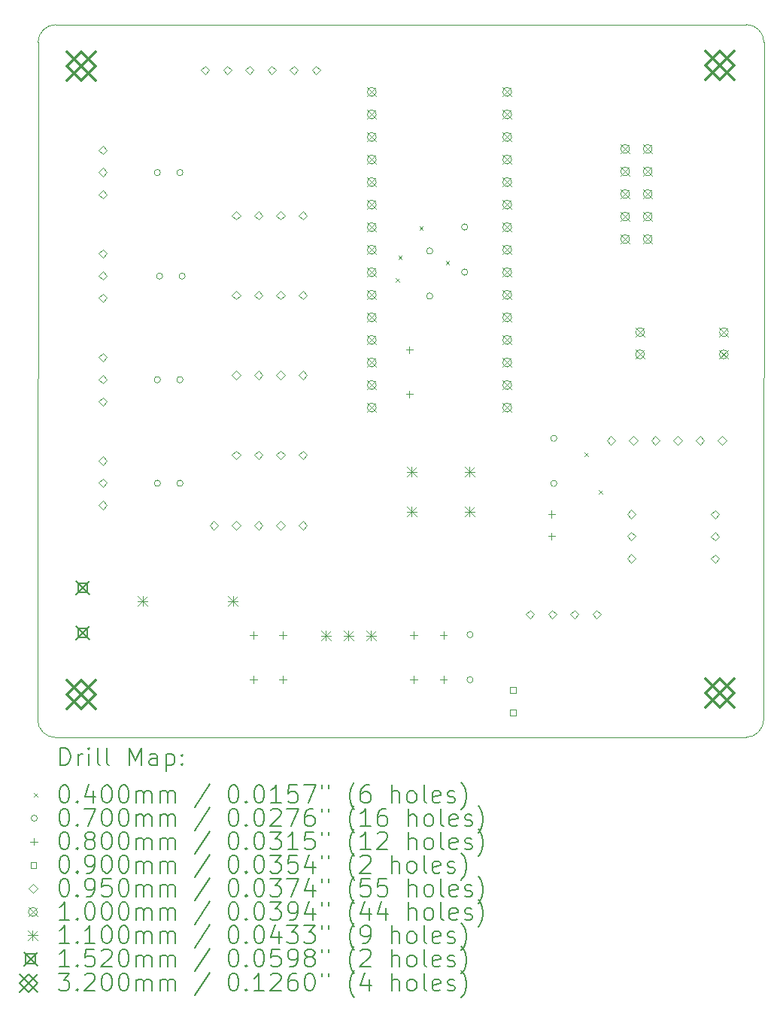
<source format=gbr>
%TF.GenerationSoftware,KiCad,Pcbnew,(6.0.8)*%
%TF.CreationDate,2022-11-21T21:43:54+01:00*%
%TF.ProjectId,WeatherStation_ArduinoNano_Shield,57656174-6865-4725-9374-6174696f6e5f,rev?*%
%TF.SameCoordinates,Original*%
%TF.FileFunction,Drillmap*%
%TF.FilePolarity,Positive*%
%FSLAX45Y45*%
G04 Gerber Fmt 4.5, Leading zero omitted, Abs format (unit mm)*
G04 Created by KiCad (PCBNEW (6.0.8)) date 2022-11-21 21:43:54*
%MOMM*%
%LPD*%
G01*
G04 APERTURE LIST*
%ADD10C,0.100000*%
%ADD11C,0.200000*%
%ADD12C,0.040000*%
%ADD13C,0.070000*%
%ADD14C,0.080000*%
%ADD15C,0.090000*%
%ADD16C,0.095000*%
%ADD17C,0.110000*%
%ADD18C,0.152000*%
%ADD19C,0.320000*%
G04 APERTURE END LIST*
D10*
X4316240Y-9666240D02*
G75*
G03*
X4516240Y-9866240I200000J0D01*
G01*
X12287640Y-9864775D02*
G75*
G03*
X12487640Y-9663357I-1430J201425D01*
G01*
X4319440Y-2036901D02*
X4316240Y-9666240D01*
X12487640Y-9663357D02*
X12490840Y-2035439D01*
X12490841Y-2035439D02*
G75*
G03*
X12290840Y-1835439I-200001J-1D01*
G01*
X4519440Y-1836900D02*
G75*
G03*
X4319440Y-2036901I0J-200000D01*
G01*
X12290840Y-1835439D02*
X4519440Y-1836901D01*
X4516240Y-9866240D02*
X12287640Y-9864778D01*
D11*
D12*
X8344280Y-4690040D02*
X8384280Y-4730040D01*
X8384280Y-4690040D02*
X8344280Y-4730040D01*
X8374760Y-4436040D02*
X8414760Y-4476040D01*
X8414760Y-4436040D02*
X8374760Y-4476040D01*
X8613520Y-4110920D02*
X8653520Y-4150920D01*
X8653520Y-4110920D02*
X8613520Y-4150920D01*
X8908160Y-4497000D02*
X8948160Y-4537000D01*
X8948160Y-4497000D02*
X8908160Y-4537000D01*
X10472800Y-6656000D02*
X10512800Y-6696000D01*
X10512800Y-6656000D02*
X10472800Y-6696000D01*
X10629010Y-7078910D02*
X10669010Y-7118910D01*
X10669010Y-7078910D02*
X10629010Y-7118910D01*
D13*
X5697120Y-3502733D02*
G75*
G03*
X5697120Y-3502733I-35000J0D01*
G01*
X5697120Y-5836067D02*
G75*
G03*
X5697120Y-5836067I-35000J0D01*
G01*
X5697120Y-7002733D02*
G75*
G03*
X5697120Y-7002733I-35000J0D01*
G01*
X5722120Y-4669400D02*
G75*
G03*
X5722120Y-4669400I-35000J0D01*
G01*
X5951120Y-3502733D02*
G75*
G03*
X5951120Y-3502733I-35000J0D01*
G01*
X5951120Y-5836067D02*
G75*
G03*
X5951120Y-5836067I-35000J0D01*
G01*
X5951120Y-7002733D02*
G75*
G03*
X5951120Y-7002733I-35000J0D01*
G01*
X5976120Y-4669400D02*
G75*
G03*
X5976120Y-4669400I-35000J0D01*
G01*
X8762500Y-4386000D02*
G75*
G03*
X8762500Y-4386000I-35000J0D01*
G01*
X8762500Y-4894000D02*
G75*
G03*
X8762500Y-4894000I-35000J0D01*
G01*
X9156200Y-4116000D02*
G75*
G03*
X9156200Y-4116000I-35000J0D01*
G01*
X9156200Y-4624000D02*
G75*
G03*
X9156200Y-4624000I-35000J0D01*
G01*
X9217160Y-8708000D02*
G75*
G03*
X9217160Y-8708000I-35000J0D01*
G01*
X9217160Y-9216000D02*
G75*
G03*
X9217160Y-9216000I-35000J0D01*
G01*
X10160000Y-6496489D02*
G75*
G03*
X10160000Y-6496489I-35000J0D01*
G01*
X10160000Y-7004489D02*
G75*
G03*
X10160000Y-7004489I-35000J0D01*
G01*
D14*
X6746300Y-8672000D02*
X6746300Y-8752000D01*
X6706300Y-8712000D02*
X6786300Y-8712000D01*
X6746300Y-9172000D02*
X6746300Y-9252000D01*
X6706300Y-9212000D02*
X6786300Y-9212000D01*
X7076500Y-8672000D02*
X7076500Y-8752000D01*
X7036500Y-8712000D02*
X7116500Y-8712000D01*
X7076500Y-9172000D02*
X7076500Y-9252000D01*
X7036500Y-9212000D02*
X7116500Y-9212000D01*
X8500000Y-5460000D02*
X8500000Y-5540000D01*
X8460000Y-5500000D02*
X8540000Y-5500000D01*
X8500000Y-5960000D02*
X8500000Y-6040000D01*
X8460000Y-6000000D02*
X8540000Y-6000000D01*
X8549700Y-8672000D02*
X8549700Y-8752000D01*
X8509700Y-8712000D02*
X8589700Y-8712000D01*
X8549700Y-9172000D02*
X8549700Y-9252000D01*
X8509700Y-9212000D02*
X8589700Y-9212000D01*
X8882440Y-8672000D02*
X8882440Y-8752000D01*
X8842440Y-8712000D02*
X8922440Y-8712000D01*
X8882440Y-9172000D02*
X8882440Y-9252000D01*
X8842440Y-9212000D02*
X8922440Y-9212000D01*
X10100000Y-7310000D02*
X10100000Y-7390000D01*
X10060000Y-7350000D02*
X10140000Y-7350000D01*
X10100000Y-7560000D02*
X10100000Y-7640000D01*
X10060000Y-7600000D02*
X10140000Y-7600000D01*
D15*
X9699120Y-9362620D02*
X9699120Y-9298980D01*
X9635480Y-9298980D01*
X9635480Y-9362620D01*
X9699120Y-9362620D01*
X9699120Y-9616620D02*
X9699120Y-9552980D01*
X9635480Y-9552980D01*
X9635480Y-9616620D01*
X9699120Y-9616620D01*
D16*
X5047040Y-3296233D02*
X5094540Y-3248733D01*
X5047040Y-3201233D01*
X4999540Y-3248733D01*
X5047040Y-3296233D01*
X5047040Y-3546233D02*
X5094540Y-3498733D01*
X5047040Y-3451233D01*
X4999540Y-3498733D01*
X5047040Y-3546233D01*
X5047040Y-3796233D02*
X5094540Y-3748733D01*
X5047040Y-3701233D01*
X4999540Y-3748733D01*
X5047040Y-3796233D01*
X5047040Y-4462900D02*
X5094540Y-4415400D01*
X5047040Y-4367900D01*
X4999540Y-4415400D01*
X5047040Y-4462900D01*
X5047040Y-4712900D02*
X5094540Y-4665400D01*
X5047040Y-4617900D01*
X4999540Y-4665400D01*
X5047040Y-4712900D01*
X5047040Y-4962900D02*
X5094540Y-4915400D01*
X5047040Y-4867900D01*
X4999540Y-4915400D01*
X5047040Y-4962900D01*
X5047040Y-5629567D02*
X5094540Y-5582067D01*
X5047040Y-5534567D01*
X4999540Y-5582067D01*
X5047040Y-5629567D01*
X5047040Y-5879567D02*
X5094540Y-5832067D01*
X5047040Y-5784567D01*
X4999540Y-5832067D01*
X5047040Y-5879567D01*
X5047040Y-6129567D02*
X5094540Y-6082067D01*
X5047040Y-6034567D01*
X4999540Y-6082067D01*
X5047040Y-6129567D01*
X5047040Y-6796233D02*
X5094540Y-6748733D01*
X5047040Y-6701233D01*
X4999540Y-6748733D01*
X5047040Y-6796233D01*
X5047040Y-7046233D02*
X5094540Y-6998733D01*
X5047040Y-6951233D01*
X4999540Y-6998733D01*
X5047040Y-7046233D01*
X5047040Y-7296233D02*
X5094540Y-7248733D01*
X5047040Y-7201233D01*
X4999540Y-7248733D01*
X5047040Y-7296233D01*
X6200000Y-2397500D02*
X6247500Y-2350000D01*
X6200000Y-2302500D01*
X6152500Y-2350000D01*
X6200000Y-2397500D01*
X6300000Y-7525000D02*
X6347500Y-7477500D01*
X6300000Y-7430000D01*
X6252500Y-7477500D01*
X6300000Y-7525000D01*
X6450000Y-2397500D02*
X6497500Y-2350000D01*
X6450000Y-2302500D01*
X6402500Y-2350000D01*
X6450000Y-2397500D01*
X6550000Y-4034167D02*
X6597500Y-3986667D01*
X6550000Y-3939167D01*
X6502500Y-3986667D01*
X6550000Y-4034167D01*
X6550000Y-4933125D02*
X6597500Y-4885625D01*
X6550000Y-4838125D01*
X6502500Y-4885625D01*
X6550000Y-4933125D01*
X6550000Y-5832083D02*
X6597500Y-5784583D01*
X6550000Y-5737083D01*
X6502500Y-5784583D01*
X6550000Y-5832083D01*
X6550000Y-6731042D02*
X6597500Y-6683542D01*
X6550000Y-6636042D01*
X6502500Y-6683542D01*
X6550000Y-6731042D01*
X6550000Y-7525000D02*
X6597500Y-7477500D01*
X6550000Y-7430000D01*
X6502500Y-7477500D01*
X6550000Y-7525000D01*
X6700000Y-2397500D02*
X6747500Y-2350000D01*
X6700000Y-2302500D01*
X6652500Y-2350000D01*
X6700000Y-2397500D01*
X6800000Y-4034167D02*
X6847500Y-3986667D01*
X6800000Y-3939167D01*
X6752500Y-3986667D01*
X6800000Y-4034167D01*
X6800000Y-4933125D02*
X6847500Y-4885625D01*
X6800000Y-4838125D01*
X6752500Y-4885625D01*
X6800000Y-4933125D01*
X6800000Y-5832083D02*
X6847500Y-5784583D01*
X6800000Y-5737083D01*
X6752500Y-5784583D01*
X6800000Y-5832083D01*
X6800000Y-6731042D02*
X6847500Y-6683542D01*
X6800000Y-6636042D01*
X6752500Y-6683542D01*
X6800000Y-6731042D01*
X6800000Y-7525000D02*
X6847500Y-7477500D01*
X6800000Y-7430000D01*
X6752500Y-7477500D01*
X6800000Y-7525000D01*
X6950000Y-2397500D02*
X6997500Y-2350000D01*
X6950000Y-2302500D01*
X6902500Y-2350000D01*
X6950000Y-2397500D01*
X7050000Y-4034167D02*
X7097500Y-3986667D01*
X7050000Y-3939167D01*
X7002500Y-3986667D01*
X7050000Y-4034167D01*
X7050000Y-4933125D02*
X7097500Y-4885625D01*
X7050000Y-4838125D01*
X7002500Y-4885625D01*
X7050000Y-4933125D01*
X7050000Y-5832083D02*
X7097500Y-5784583D01*
X7050000Y-5737083D01*
X7002500Y-5784583D01*
X7050000Y-5832083D01*
X7050000Y-6731042D02*
X7097500Y-6683542D01*
X7050000Y-6636042D01*
X7002500Y-6683542D01*
X7050000Y-6731042D01*
X7050000Y-7525000D02*
X7097500Y-7477500D01*
X7050000Y-7430000D01*
X7002500Y-7477500D01*
X7050000Y-7525000D01*
X7200000Y-2397500D02*
X7247500Y-2350000D01*
X7200000Y-2302500D01*
X7152500Y-2350000D01*
X7200000Y-2397500D01*
X7300000Y-4034167D02*
X7347500Y-3986667D01*
X7300000Y-3939167D01*
X7252500Y-3986667D01*
X7300000Y-4034167D01*
X7300000Y-4933125D02*
X7347500Y-4885625D01*
X7300000Y-4838125D01*
X7252500Y-4885625D01*
X7300000Y-4933125D01*
X7300000Y-5832083D02*
X7347500Y-5784583D01*
X7300000Y-5737083D01*
X7252500Y-5784583D01*
X7300000Y-5832083D01*
X7300000Y-6731042D02*
X7347500Y-6683542D01*
X7300000Y-6636042D01*
X7252500Y-6683542D01*
X7300000Y-6731042D01*
X7300000Y-7525000D02*
X7347500Y-7477500D01*
X7300000Y-7430000D01*
X7252500Y-7477500D01*
X7300000Y-7525000D01*
X7450000Y-2397500D02*
X7497500Y-2350000D01*
X7450000Y-2302500D01*
X7402500Y-2350000D01*
X7450000Y-2397500D01*
X9857800Y-8526900D02*
X9905300Y-8479400D01*
X9857800Y-8431900D01*
X9810300Y-8479400D01*
X9857800Y-8526900D01*
X10107800Y-8526900D02*
X10155300Y-8479400D01*
X10107800Y-8431900D01*
X10060300Y-8479400D01*
X10107800Y-8526900D01*
X10357800Y-8526900D02*
X10405300Y-8479400D01*
X10357800Y-8431900D01*
X10310300Y-8479400D01*
X10357800Y-8526900D01*
X10607800Y-8526900D02*
X10655300Y-8479400D01*
X10607800Y-8431900D01*
X10560300Y-8479400D01*
X10607800Y-8526900D01*
X10770000Y-6567500D02*
X10817500Y-6520000D01*
X10770000Y-6472500D01*
X10722500Y-6520000D01*
X10770000Y-6567500D01*
X10997500Y-7397500D02*
X11045000Y-7350000D01*
X10997500Y-7302500D01*
X10950000Y-7350000D01*
X10997500Y-7397500D01*
X10997500Y-7647500D02*
X11045000Y-7600000D01*
X10997500Y-7552500D01*
X10950000Y-7600000D01*
X10997500Y-7647500D01*
X10997500Y-7897500D02*
X11045000Y-7850000D01*
X10997500Y-7802500D01*
X10950000Y-7850000D01*
X10997500Y-7897500D01*
X11020000Y-6567500D02*
X11067500Y-6520000D01*
X11020000Y-6472500D01*
X10972500Y-6520000D01*
X11020000Y-6567500D01*
X11270000Y-6567500D02*
X11317500Y-6520000D01*
X11270000Y-6472500D01*
X11222500Y-6520000D01*
X11270000Y-6567500D01*
X11520000Y-6567500D02*
X11567500Y-6520000D01*
X11520000Y-6472500D01*
X11472500Y-6520000D01*
X11520000Y-6567500D01*
X11770000Y-6567500D02*
X11817500Y-6520000D01*
X11770000Y-6472500D01*
X11722500Y-6520000D01*
X11770000Y-6567500D01*
X11941100Y-7399100D02*
X11988600Y-7351600D01*
X11941100Y-7304100D01*
X11893600Y-7351600D01*
X11941100Y-7399100D01*
X11941100Y-7649100D02*
X11988600Y-7601600D01*
X11941100Y-7554100D01*
X11893600Y-7601600D01*
X11941100Y-7649100D01*
X11941100Y-7899100D02*
X11988600Y-7851600D01*
X11941100Y-7804100D01*
X11893600Y-7851600D01*
X11941100Y-7899100D01*
X12020000Y-6567500D02*
X12067500Y-6520000D01*
X12020000Y-6472500D01*
X11972500Y-6520000D01*
X12020000Y-6567500D01*
D10*
X8026000Y-2544000D02*
X8126000Y-2644000D01*
X8126000Y-2544000D02*
X8026000Y-2644000D01*
X8126000Y-2594000D02*
G75*
G03*
X8126000Y-2594000I-50000J0D01*
G01*
X8026000Y-2798000D02*
X8126000Y-2898000D01*
X8126000Y-2798000D02*
X8026000Y-2898000D01*
X8126000Y-2848000D02*
G75*
G03*
X8126000Y-2848000I-50000J0D01*
G01*
X8026000Y-3052000D02*
X8126000Y-3152000D01*
X8126000Y-3052000D02*
X8026000Y-3152000D01*
X8126000Y-3102000D02*
G75*
G03*
X8126000Y-3102000I-50000J0D01*
G01*
X8026000Y-3306000D02*
X8126000Y-3406000D01*
X8126000Y-3306000D02*
X8026000Y-3406000D01*
X8126000Y-3356000D02*
G75*
G03*
X8126000Y-3356000I-50000J0D01*
G01*
X8026000Y-3560000D02*
X8126000Y-3660000D01*
X8126000Y-3560000D02*
X8026000Y-3660000D01*
X8126000Y-3610000D02*
G75*
G03*
X8126000Y-3610000I-50000J0D01*
G01*
X8026000Y-3814000D02*
X8126000Y-3914000D01*
X8126000Y-3814000D02*
X8026000Y-3914000D01*
X8126000Y-3864000D02*
G75*
G03*
X8126000Y-3864000I-50000J0D01*
G01*
X8026000Y-4068000D02*
X8126000Y-4168000D01*
X8126000Y-4068000D02*
X8026000Y-4168000D01*
X8126000Y-4118000D02*
G75*
G03*
X8126000Y-4118000I-50000J0D01*
G01*
X8026000Y-4322000D02*
X8126000Y-4422000D01*
X8126000Y-4322000D02*
X8026000Y-4422000D01*
X8126000Y-4372000D02*
G75*
G03*
X8126000Y-4372000I-50000J0D01*
G01*
X8026000Y-4576000D02*
X8126000Y-4676000D01*
X8126000Y-4576000D02*
X8026000Y-4676000D01*
X8126000Y-4626000D02*
G75*
G03*
X8126000Y-4626000I-50000J0D01*
G01*
X8026000Y-4830000D02*
X8126000Y-4930000D01*
X8126000Y-4830000D02*
X8026000Y-4930000D01*
X8126000Y-4880000D02*
G75*
G03*
X8126000Y-4880000I-50000J0D01*
G01*
X8026000Y-5084000D02*
X8126000Y-5184000D01*
X8126000Y-5084000D02*
X8026000Y-5184000D01*
X8126000Y-5134000D02*
G75*
G03*
X8126000Y-5134000I-50000J0D01*
G01*
X8026000Y-5338000D02*
X8126000Y-5438000D01*
X8126000Y-5338000D02*
X8026000Y-5438000D01*
X8126000Y-5388000D02*
G75*
G03*
X8126000Y-5388000I-50000J0D01*
G01*
X8026000Y-5592000D02*
X8126000Y-5692000D01*
X8126000Y-5592000D02*
X8026000Y-5692000D01*
X8126000Y-5642000D02*
G75*
G03*
X8126000Y-5642000I-50000J0D01*
G01*
X8026000Y-5846000D02*
X8126000Y-5946000D01*
X8126000Y-5846000D02*
X8026000Y-5946000D01*
X8126000Y-5896000D02*
G75*
G03*
X8126000Y-5896000I-50000J0D01*
G01*
X8026000Y-6100000D02*
X8126000Y-6200000D01*
X8126000Y-6100000D02*
X8026000Y-6200000D01*
X8126000Y-6150000D02*
G75*
G03*
X8126000Y-6150000I-50000J0D01*
G01*
X9550000Y-2544000D02*
X9650000Y-2644000D01*
X9650000Y-2544000D02*
X9550000Y-2644000D01*
X9650000Y-2594000D02*
G75*
G03*
X9650000Y-2594000I-50000J0D01*
G01*
X9550000Y-2798000D02*
X9650000Y-2898000D01*
X9650000Y-2798000D02*
X9550000Y-2898000D01*
X9650000Y-2848000D02*
G75*
G03*
X9650000Y-2848000I-50000J0D01*
G01*
X9550000Y-3052000D02*
X9650000Y-3152000D01*
X9650000Y-3052000D02*
X9550000Y-3152000D01*
X9650000Y-3102000D02*
G75*
G03*
X9650000Y-3102000I-50000J0D01*
G01*
X9550000Y-3306000D02*
X9650000Y-3406000D01*
X9650000Y-3306000D02*
X9550000Y-3406000D01*
X9650000Y-3356000D02*
G75*
G03*
X9650000Y-3356000I-50000J0D01*
G01*
X9550000Y-3560000D02*
X9650000Y-3660000D01*
X9650000Y-3560000D02*
X9550000Y-3660000D01*
X9650000Y-3610000D02*
G75*
G03*
X9650000Y-3610000I-50000J0D01*
G01*
X9550000Y-3814000D02*
X9650000Y-3914000D01*
X9650000Y-3814000D02*
X9550000Y-3914000D01*
X9650000Y-3864000D02*
G75*
G03*
X9650000Y-3864000I-50000J0D01*
G01*
X9550000Y-4068000D02*
X9650000Y-4168000D01*
X9650000Y-4068000D02*
X9550000Y-4168000D01*
X9650000Y-4118000D02*
G75*
G03*
X9650000Y-4118000I-50000J0D01*
G01*
X9550000Y-4322000D02*
X9650000Y-4422000D01*
X9650000Y-4322000D02*
X9550000Y-4422000D01*
X9650000Y-4372000D02*
G75*
G03*
X9650000Y-4372000I-50000J0D01*
G01*
X9550000Y-4576000D02*
X9650000Y-4676000D01*
X9650000Y-4576000D02*
X9550000Y-4676000D01*
X9650000Y-4626000D02*
G75*
G03*
X9650000Y-4626000I-50000J0D01*
G01*
X9550000Y-4830000D02*
X9650000Y-4930000D01*
X9650000Y-4830000D02*
X9550000Y-4930000D01*
X9650000Y-4880000D02*
G75*
G03*
X9650000Y-4880000I-50000J0D01*
G01*
X9550000Y-5084000D02*
X9650000Y-5184000D01*
X9650000Y-5084000D02*
X9550000Y-5184000D01*
X9650000Y-5134000D02*
G75*
G03*
X9650000Y-5134000I-50000J0D01*
G01*
X9550000Y-5338000D02*
X9650000Y-5438000D01*
X9650000Y-5338000D02*
X9550000Y-5438000D01*
X9650000Y-5388000D02*
G75*
G03*
X9650000Y-5388000I-50000J0D01*
G01*
X9550000Y-5592000D02*
X9650000Y-5692000D01*
X9650000Y-5592000D02*
X9550000Y-5692000D01*
X9650000Y-5642000D02*
G75*
G03*
X9650000Y-5642000I-50000J0D01*
G01*
X9550000Y-5846000D02*
X9650000Y-5946000D01*
X9650000Y-5846000D02*
X9550000Y-5946000D01*
X9650000Y-5896000D02*
G75*
G03*
X9650000Y-5896000I-50000J0D01*
G01*
X9550000Y-6100000D02*
X9650000Y-6200000D01*
X9650000Y-6100000D02*
X9550000Y-6200000D01*
X9650000Y-6150000D02*
G75*
G03*
X9650000Y-6150000I-50000J0D01*
G01*
X10878890Y-3186840D02*
X10978890Y-3286840D01*
X10978890Y-3186840D02*
X10878890Y-3286840D01*
X10978890Y-3236840D02*
G75*
G03*
X10978890Y-3236840I-50000J0D01*
G01*
X10878890Y-3440840D02*
X10978890Y-3540840D01*
X10978890Y-3440840D02*
X10878890Y-3540840D01*
X10978890Y-3490840D02*
G75*
G03*
X10978890Y-3490840I-50000J0D01*
G01*
X10878890Y-3694840D02*
X10978890Y-3794840D01*
X10978890Y-3694840D02*
X10878890Y-3794840D01*
X10978890Y-3744840D02*
G75*
G03*
X10978890Y-3744840I-50000J0D01*
G01*
X10878890Y-3948840D02*
X10978890Y-4048840D01*
X10978890Y-3948840D02*
X10878890Y-4048840D01*
X10978890Y-3998840D02*
G75*
G03*
X10978890Y-3998840I-50000J0D01*
G01*
X10878890Y-4202840D02*
X10978890Y-4302840D01*
X10978890Y-4202840D02*
X10878890Y-4302840D01*
X10978890Y-4252840D02*
G75*
G03*
X10978890Y-4252840I-50000J0D01*
G01*
X11046020Y-5250020D02*
X11146020Y-5350020D01*
X11146020Y-5250020D02*
X11046020Y-5350020D01*
X11146020Y-5300020D02*
G75*
G03*
X11146020Y-5300020I-50000J0D01*
G01*
X11046020Y-5500020D02*
X11146020Y-5600020D01*
X11146020Y-5500020D02*
X11046020Y-5600020D01*
X11146020Y-5550020D02*
G75*
G03*
X11146020Y-5550020I-50000J0D01*
G01*
X11132890Y-3186840D02*
X11232890Y-3286840D01*
X11232890Y-3186840D02*
X11132890Y-3286840D01*
X11232890Y-3236840D02*
G75*
G03*
X11232890Y-3236840I-50000J0D01*
G01*
X11132890Y-3440840D02*
X11232890Y-3540840D01*
X11232890Y-3440840D02*
X11132890Y-3540840D01*
X11232890Y-3490840D02*
G75*
G03*
X11232890Y-3490840I-50000J0D01*
G01*
X11132890Y-3694840D02*
X11232890Y-3794840D01*
X11232890Y-3694840D02*
X11132890Y-3794840D01*
X11232890Y-3744840D02*
G75*
G03*
X11232890Y-3744840I-50000J0D01*
G01*
X11132890Y-3948840D02*
X11232890Y-4048840D01*
X11232890Y-3948840D02*
X11132890Y-4048840D01*
X11232890Y-3998840D02*
G75*
G03*
X11232890Y-3998840I-50000J0D01*
G01*
X11132890Y-4202840D02*
X11232890Y-4302840D01*
X11232890Y-4202840D02*
X11132890Y-4302840D01*
X11232890Y-4252840D02*
G75*
G03*
X11232890Y-4252840I-50000J0D01*
G01*
X11988820Y-5251320D02*
X12088820Y-5351320D01*
X12088820Y-5251320D02*
X11988820Y-5351320D01*
X12088820Y-5301320D02*
G75*
G03*
X12088820Y-5301320I-50000J0D01*
G01*
X11988820Y-5501320D02*
X12088820Y-5601320D01*
X12088820Y-5501320D02*
X11988820Y-5601320D01*
X12088820Y-5551320D02*
G75*
G03*
X12088820Y-5551320I-50000J0D01*
G01*
D17*
X5444160Y-8277080D02*
X5554160Y-8387080D01*
X5554160Y-8277080D02*
X5444160Y-8387080D01*
X5499160Y-8277080D02*
X5499160Y-8387080D01*
X5444160Y-8332080D02*
X5554160Y-8332080D01*
X6460160Y-8277080D02*
X6570160Y-8387080D01*
X6570160Y-8277080D02*
X6460160Y-8387080D01*
X6515160Y-8277080D02*
X6515160Y-8387080D01*
X6460160Y-8332080D02*
X6570160Y-8332080D01*
X7504100Y-8665700D02*
X7614100Y-8775700D01*
X7614100Y-8665700D02*
X7504100Y-8775700D01*
X7559100Y-8665700D02*
X7559100Y-8775700D01*
X7504100Y-8720700D02*
X7614100Y-8720700D01*
X7758100Y-8665700D02*
X7868100Y-8775700D01*
X7868100Y-8665700D02*
X7758100Y-8775700D01*
X7813100Y-8665700D02*
X7813100Y-8775700D01*
X7758100Y-8720700D02*
X7868100Y-8720700D01*
X8012100Y-8665700D02*
X8122100Y-8775700D01*
X8122100Y-8665700D02*
X8012100Y-8775700D01*
X8067100Y-8665700D02*
X8067100Y-8775700D01*
X8012100Y-8720700D02*
X8122100Y-8720700D01*
X8470000Y-6820000D02*
X8580000Y-6930000D01*
X8580000Y-6820000D02*
X8470000Y-6930000D01*
X8525000Y-6820000D02*
X8525000Y-6930000D01*
X8470000Y-6875000D02*
X8580000Y-6875000D01*
X8470000Y-7270000D02*
X8580000Y-7380000D01*
X8580000Y-7270000D02*
X8470000Y-7380000D01*
X8525000Y-7270000D02*
X8525000Y-7380000D01*
X8470000Y-7325000D02*
X8580000Y-7325000D01*
X9120000Y-6820000D02*
X9230000Y-6930000D01*
X9230000Y-6820000D02*
X9120000Y-6930000D01*
X9175000Y-6820000D02*
X9175000Y-6930000D01*
X9120000Y-6875000D02*
X9230000Y-6875000D01*
X9120000Y-7270000D02*
X9230000Y-7380000D01*
X9230000Y-7270000D02*
X9120000Y-7380000D01*
X9175000Y-7270000D02*
X9175000Y-7380000D01*
X9120000Y-7325000D02*
X9230000Y-7325000D01*
D18*
X4747520Y-8103680D02*
X4899520Y-8255680D01*
X4899520Y-8103680D02*
X4747520Y-8255680D01*
X4877261Y-8233421D02*
X4877261Y-8125939D01*
X4769779Y-8125939D01*
X4769779Y-8233421D01*
X4877261Y-8233421D01*
X4747520Y-8611680D02*
X4899520Y-8763680D01*
X4899520Y-8611680D02*
X4747520Y-8763680D01*
X4877261Y-8741421D02*
X4877261Y-8633939D01*
X4769779Y-8633939D01*
X4769779Y-8741421D01*
X4877261Y-8741421D01*
D19*
X4643200Y-9223640D02*
X4963200Y-9543640D01*
X4963200Y-9223640D02*
X4643200Y-9543640D01*
X4803200Y-9543640D02*
X4963200Y-9383640D01*
X4803200Y-9223640D01*
X4643200Y-9383640D01*
X4803200Y-9543640D01*
X4648280Y-2147200D02*
X4968280Y-2467200D01*
X4968280Y-2147200D02*
X4648280Y-2467200D01*
X4808280Y-2467200D02*
X4968280Y-2307200D01*
X4808280Y-2147200D01*
X4648280Y-2307200D01*
X4808280Y-2467200D01*
X11836480Y-2137040D02*
X12156480Y-2457040D01*
X12156480Y-2137040D02*
X11836480Y-2457040D01*
X11996480Y-2457040D02*
X12156480Y-2297040D01*
X11996480Y-2137040D01*
X11836480Y-2297040D01*
X11996480Y-2457040D01*
X11836480Y-9208400D02*
X12156480Y-9528400D01*
X12156480Y-9208400D02*
X11836480Y-9528400D01*
X11996480Y-9528400D02*
X12156480Y-9368400D01*
X11996480Y-9208400D01*
X11836480Y-9368400D01*
X11996480Y-9528400D01*
D11*
X4568859Y-10181716D02*
X4568859Y-9981716D01*
X4616478Y-9981716D01*
X4645050Y-9991240D01*
X4664097Y-10010288D01*
X4673621Y-10029335D01*
X4683145Y-10067430D01*
X4683145Y-10096002D01*
X4673621Y-10134097D01*
X4664097Y-10153145D01*
X4645050Y-10172192D01*
X4616478Y-10181716D01*
X4568859Y-10181716D01*
X4768859Y-10181716D02*
X4768859Y-10048383D01*
X4768859Y-10086478D02*
X4778383Y-10067430D01*
X4787907Y-10057907D01*
X4806954Y-10048383D01*
X4826002Y-10048383D01*
X4892669Y-10181716D02*
X4892669Y-10048383D01*
X4892669Y-9981716D02*
X4883145Y-9991240D01*
X4892669Y-10000764D01*
X4902192Y-9991240D01*
X4892669Y-9981716D01*
X4892669Y-10000764D01*
X5016478Y-10181716D02*
X4997430Y-10172192D01*
X4987907Y-10153145D01*
X4987907Y-9981716D01*
X5121240Y-10181716D02*
X5102192Y-10172192D01*
X5092669Y-10153145D01*
X5092669Y-9981716D01*
X5349811Y-10181716D02*
X5349811Y-9981716D01*
X5416478Y-10124573D01*
X5483145Y-9981716D01*
X5483145Y-10181716D01*
X5664097Y-10181716D02*
X5664097Y-10076954D01*
X5654573Y-10057907D01*
X5635526Y-10048383D01*
X5597430Y-10048383D01*
X5578383Y-10057907D01*
X5664097Y-10172192D02*
X5645049Y-10181716D01*
X5597430Y-10181716D01*
X5578383Y-10172192D01*
X5568859Y-10153145D01*
X5568859Y-10134097D01*
X5578383Y-10115050D01*
X5597430Y-10105526D01*
X5645049Y-10105526D01*
X5664097Y-10096002D01*
X5759335Y-10048383D02*
X5759335Y-10248383D01*
X5759335Y-10057907D02*
X5778383Y-10048383D01*
X5816478Y-10048383D01*
X5835526Y-10057907D01*
X5845049Y-10067430D01*
X5854573Y-10086478D01*
X5854573Y-10143621D01*
X5845049Y-10162669D01*
X5835526Y-10172192D01*
X5816478Y-10181716D01*
X5778383Y-10181716D01*
X5759335Y-10172192D01*
X5940288Y-10162669D02*
X5949811Y-10172192D01*
X5940288Y-10181716D01*
X5930764Y-10172192D01*
X5940288Y-10162669D01*
X5940288Y-10181716D01*
X5940288Y-10057907D02*
X5949811Y-10067430D01*
X5940288Y-10076954D01*
X5930764Y-10067430D01*
X5940288Y-10057907D01*
X5940288Y-10076954D01*
D12*
X4271240Y-10491240D02*
X4311240Y-10531240D01*
X4311240Y-10491240D02*
X4271240Y-10531240D01*
D11*
X4606954Y-10401716D02*
X4626002Y-10401716D01*
X4645050Y-10411240D01*
X4654573Y-10420764D01*
X4664097Y-10439811D01*
X4673621Y-10477907D01*
X4673621Y-10525526D01*
X4664097Y-10563621D01*
X4654573Y-10582669D01*
X4645050Y-10592192D01*
X4626002Y-10601716D01*
X4606954Y-10601716D01*
X4587907Y-10592192D01*
X4578383Y-10582669D01*
X4568859Y-10563621D01*
X4559335Y-10525526D01*
X4559335Y-10477907D01*
X4568859Y-10439811D01*
X4578383Y-10420764D01*
X4587907Y-10411240D01*
X4606954Y-10401716D01*
X4759335Y-10582669D02*
X4768859Y-10592192D01*
X4759335Y-10601716D01*
X4749811Y-10592192D01*
X4759335Y-10582669D01*
X4759335Y-10601716D01*
X4940288Y-10468383D02*
X4940288Y-10601716D01*
X4892669Y-10392192D02*
X4845050Y-10535050D01*
X4968859Y-10535050D01*
X5083145Y-10401716D02*
X5102192Y-10401716D01*
X5121240Y-10411240D01*
X5130764Y-10420764D01*
X5140288Y-10439811D01*
X5149811Y-10477907D01*
X5149811Y-10525526D01*
X5140288Y-10563621D01*
X5130764Y-10582669D01*
X5121240Y-10592192D01*
X5102192Y-10601716D01*
X5083145Y-10601716D01*
X5064097Y-10592192D01*
X5054573Y-10582669D01*
X5045050Y-10563621D01*
X5035526Y-10525526D01*
X5035526Y-10477907D01*
X5045050Y-10439811D01*
X5054573Y-10420764D01*
X5064097Y-10411240D01*
X5083145Y-10401716D01*
X5273621Y-10401716D02*
X5292669Y-10401716D01*
X5311716Y-10411240D01*
X5321240Y-10420764D01*
X5330764Y-10439811D01*
X5340288Y-10477907D01*
X5340288Y-10525526D01*
X5330764Y-10563621D01*
X5321240Y-10582669D01*
X5311716Y-10592192D01*
X5292669Y-10601716D01*
X5273621Y-10601716D01*
X5254573Y-10592192D01*
X5245050Y-10582669D01*
X5235526Y-10563621D01*
X5226002Y-10525526D01*
X5226002Y-10477907D01*
X5235526Y-10439811D01*
X5245050Y-10420764D01*
X5254573Y-10411240D01*
X5273621Y-10401716D01*
X5426002Y-10601716D02*
X5426002Y-10468383D01*
X5426002Y-10487430D02*
X5435526Y-10477907D01*
X5454573Y-10468383D01*
X5483145Y-10468383D01*
X5502192Y-10477907D01*
X5511716Y-10496954D01*
X5511716Y-10601716D01*
X5511716Y-10496954D02*
X5521240Y-10477907D01*
X5540288Y-10468383D01*
X5568859Y-10468383D01*
X5587907Y-10477907D01*
X5597430Y-10496954D01*
X5597430Y-10601716D01*
X5692668Y-10601716D02*
X5692668Y-10468383D01*
X5692668Y-10487430D02*
X5702192Y-10477907D01*
X5721240Y-10468383D01*
X5749811Y-10468383D01*
X5768859Y-10477907D01*
X5778383Y-10496954D01*
X5778383Y-10601716D01*
X5778383Y-10496954D02*
X5787907Y-10477907D01*
X5806954Y-10468383D01*
X5835526Y-10468383D01*
X5854573Y-10477907D01*
X5864097Y-10496954D01*
X5864097Y-10601716D01*
X6254573Y-10392192D02*
X6083145Y-10649335D01*
X6511716Y-10401716D02*
X6530764Y-10401716D01*
X6549811Y-10411240D01*
X6559335Y-10420764D01*
X6568859Y-10439811D01*
X6578383Y-10477907D01*
X6578383Y-10525526D01*
X6568859Y-10563621D01*
X6559335Y-10582669D01*
X6549811Y-10592192D01*
X6530764Y-10601716D01*
X6511716Y-10601716D01*
X6492668Y-10592192D01*
X6483145Y-10582669D01*
X6473621Y-10563621D01*
X6464097Y-10525526D01*
X6464097Y-10477907D01*
X6473621Y-10439811D01*
X6483145Y-10420764D01*
X6492668Y-10411240D01*
X6511716Y-10401716D01*
X6664097Y-10582669D02*
X6673621Y-10592192D01*
X6664097Y-10601716D01*
X6654573Y-10592192D01*
X6664097Y-10582669D01*
X6664097Y-10601716D01*
X6797430Y-10401716D02*
X6816478Y-10401716D01*
X6835526Y-10411240D01*
X6845049Y-10420764D01*
X6854573Y-10439811D01*
X6864097Y-10477907D01*
X6864097Y-10525526D01*
X6854573Y-10563621D01*
X6845049Y-10582669D01*
X6835526Y-10592192D01*
X6816478Y-10601716D01*
X6797430Y-10601716D01*
X6778383Y-10592192D01*
X6768859Y-10582669D01*
X6759335Y-10563621D01*
X6749811Y-10525526D01*
X6749811Y-10477907D01*
X6759335Y-10439811D01*
X6768859Y-10420764D01*
X6778383Y-10411240D01*
X6797430Y-10401716D01*
X7054573Y-10601716D02*
X6940288Y-10601716D01*
X6997430Y-10601716D02*
X6997430Y-10401716D01*
X6978383Y-10430288D01*
X6959335Y-10449335D01*
X6940288Y-10458859D01*
X7235526Y-10401716D02*
X7140288Y-10401716D01*
X7130764Y-10496954D01*
X7140288Y-10487430D01*
X7159335Y-10477907D01*
X7206954Y-10477907D01*
X7226002Y-10487430D01*
X7235526Y-10496954D01*
X7245049Y-10516002D01*
X7245049Y-10563621D01*
X7235526Y-10582669D01*
X7226002Y-10592192D01*
X7206954Y-10601716D01*
X7159335Y-10601716D01*
X7140288Y-10592192D01*
X7130764Y-10582669D01*
X7311716Y-10401716D02*
X7445049Y-10401716D01*
X7359335Y-10601716D01*
X7511716Y-10401716D02*
X7511716Y-10439811D01*
X7587907Y-10401716D02*
X7587907Y-10439811D01*
X7883145Y-10677907D02*
X7873621Y-10668383D01*
X7854573Y-10639811D01*
X7845049Y-10620764D01*
X7835526Y-10592192D01*
X7826002Y-10544573D01*
X7826002Y-10506478D01*
X7835526Y-10458859D01*
X7845049Y-10430288D01*
X7854573Y-10411240D01*
X7873621Y-10382669D01*
X7883145Y-10373145D01*
X8045049Y-10401716D02*
X8006954Y-10401716D01*
X7987907Y-10411240D01*
X7978383Y-10420764D01*
X7959335Y-10449335D01*
X7949811Y-10487430D01*
X7949811Y-10563621D01*
X7959335Y-10582669D01*
X7968859Y-10592192D01*
X7987907Y-10601716D01*
X8026002Y-10601716D01*
X8045049Y-10592192D01*
X8054573Y-10582669D01*
X8064097Y-10563621D01*
X8064097Y-10516002D01*
X8054573Y-10496954D01*
X8045049Y-10487430D01*
X8026002Y-10477907D01*
X7987907Y-10477907D01*
X7968859Y-10487430D01*
X7959335Y-10496954D01*
X7949811Y-10516002D01*
X8302192Y-10601716D02*
X8302192Y-10401716D01*
X8387907Y-10601716D02*
X8387907Y-10496954D01*
X8378383Y-10477907D01*
X8359335Y-10468383D01*
X8330764Y-10468383D01*
X8311716Y-10477907D01*
X8302192Y-10487430D01*
X8511716Y-10601716D02*
X8492669Y-10592192D01*
X8483145Y-10582669D01*
X8473621Y-10563621D01*
X8473621Y-10506478D01*
X8483145Y-10487430D01*
X8492669Y-10477907D01*
X8511716Y-10468383D01*
X8540288Y-10468383D01*
X8559335Y-10477907D01*
X8568859Y-10487430D01*
X8578383Y-10506478D01*
X8578383Y-10563621D01*
X8568859Y-10582669D01*
X8559335Y-10592192D01*
X8540288Y-10601716D01*
X8511716Y-10601716D01*
X8692669Y-10601716D02*
X8673621Y-10592192D01*
X8664097Y-10573145D01*
X8664097Y-10401716D01*
X8845050Y-10592192D02*
X8826002Y-10601716D01*
X8787907Y-10601716D01*
X8768859Y-10592192D01*
X8759335Y-10573145D01*
X8759335Y-10496954D01*
X8768859Y-10477907D01*
X8787907Y-10468383D01*
X8826002Y-10468383D01*
X8845050Y-10477907D01*
X8854573Y-10496954D01*
X8854573Y-10516002D01*
X8759335Y-10535050D01*
X8930764Y-10592192D02*
X8949811Y-10601716D01*
X8987907Y-10601716D01*
X9006954Y-10592192D01*
X9016478Y-10573145D01*
X9016478Y-10563621D01*
X9006954Y-10544573D01*
X8987907Y-10535050D01*
X8959335Y-10535050D01*
X8940288Y-10525526D01*
X8930764Y-10506478D01*
X8930764Y-10496954D01*
X8940288Y-10477907D01*
X8959335Y-10468383D01*
X8987907Y-10468383D01*
X9006954Y-10477907D01*
X9083145Y-10677907D02*
X9092669Y-10668383D01*
X9111716Y-10639811D01*
X9121240Y-10620764D01*
X9130764Y-10592192D01*
X9140288Y-10544573D01*
X9140288Y-10506478D01*
X9130764Y-10458859D01*
X9121240Y-10430288D01*
X9111716Y-10411240D01*
X9092669Y-10382669D01*
X9083145Y-10373145D01*
D13*
X4311240Y-10775240D02*
G75*
G03*
X4311240Y-10775240I-35000J0D01*
G01*
D11*
X4606954Y-10665716D02*
X4626002Y-10665716D01*
X4645050Y-10675240D01*
X4654573Y-10684764D01*
X4664097Y-10703811D01*
X4673621Y-10741907D01*
X4673621Y-10789526D01*
X4664097Y-10827621D01*
X4654573Y-10846669D01*
X4645050Y-10856192D01*
X4626002Y-10865716D01*
X4606954Y-10865716D01*
X4587907Y-10856192D01*
X4578383Y-10846669D01*
X4568859Y-10827621D01*
X4559335Y-10789526D01*
X4559335Y-10741907D01*
X4568859Y-10703811D01*
X4578383Y-10684764D01*
X4587907Y-10675240D01*
X4606954Y-10665716D01*
X4759335Y-10846669D02*
X4768859Y-10856192D01*
X4759335Y-10865716D01*
X4749811Y-10856192D01*
X4759335Y-10846669D01*
X4759335Y-10865716D01*
X4835526Y-10665716D02*
X4968859Y-10665716D01*
X4883145Y-10865716D01*
X5083145Y-10665716D02*
X5102192Y-10665716D01*
X5121240Y-10675240D01*
X5130764Y-10684764D01*
X5140288Y-10703811D01*
X5149811Y-10741907D01*
X5149811Y-10789526D01*
X5140288Y-10827621D01*
X5130764Y-10846669D01*
X5121240Y-10856192D01*
X5102192Y-10865716D01*
X5083145Y-10865716D01*
X5064097Y-10856192D01*
X5054573Y-10846669D01*
X5045050Y-10827621D01*
X5035526Y-10789526D01*
X5035526Y-10741907D01*
X5045050Y-10703811D01*
X5054573Y-10684764D01*
X5064097Y-10675240D01*
X5083145Y-10665716D01*
X5273621Y-10665716D02*
X5292669Y-10665716D01*
X5311716Y-10675240D01*
X5321240Y-10684764D01*
X5330764Y-10703811D01*
X5340288Y-10741907D01*
X5340288Y-10789526D01*
X5330764Y-10827621D01*
X5321240Y-10846669D01*
X5311716Y-10856192D01*
X5292669Y-10865716D01*
X5273621Y-10865716D01*
X5254573Y-10856192D01*
X5245050Y-10846669D01*
X5235526Y-10827621D01*
X5226002Y-10789526D01*
X5226002Y-10741907D01*
X5235526Y-10703811D01*
X5245050Y-10684764D01*
X5254573Y-10675240D01*
X5273621Y-10665716D01*
X5426002Y-10865716D02*
X5426002Y-10732383D01*
X5426002Y-10751430D02*
X5435526Y-10741907D01*
X5454573Y-10732383D01*
X5483145Y-10732383D01*
X5502192Y-10741907D01*
X5511716Y-10760954D01*
X5511716Y-10865716D01*
X5511716Y-10760954D02*
X5521240Y-10741907D01*
X5540288Y-10732383D01*
X5568859Y-10732383D01*
X5587907Y-10741907D01*
X5597430Y-10760954D01*
X5597430Y-10865716D01*
X5692668Y-10865716D02*
X5692668Y-10732383D01*
X5692668Y-10751430D02*
X5702192Y-10741907D01*
X5721240Y-10732383D01*
X5749811Y-10732383D01*
X5768859Y-10741907D01*
X5778383Y-10760954D01*
X5778383Y-10865716D01*
X5778383Y-10760954D02*
X5787907Y-10741907D01*
X5806954Y-10732383D01*
X5835526Y-10732383D01*
X5854573Y-10741907D01*
X5864097Y-10760954D01*
X5864097Y-10865716D01*
X6254573Y-10656192D02*
X6083145Y-10913335D01*
X6511716Y-10665716D02*
X6530764Y-10665716D01*
X6549811Y-10675240D01*
X6559335Y-10684764D01*
X6568859Y-10703811D01*
X6578383Y-10741907D01*
X6578383Y-10789526D01*
X6568859Y-10827621D01*
X6559335Y-10846669D01*
X6549811Y-10856192D01*
X6530764Y-10865716D01*
X6511716Y-10865716D01*
X6492668Y-10856192D01*
X6483145Y-10846669D01*
X6473621Y-10827621D01*
X6464097Y-10789526D01*
X6464097Y-10741907D01*
X6473621Y-10703811D01*
X6483145Y-10684764D01*
X6492668Y-10675240D01*
X6511716Y-10665716D01*
X6664097Y-10846669D02*
X6673621Y-10856192D01*
X6664097Y-10865716D01*
X6654573Y-10856192D01*
X6664097Y-10846669D01*
X6664097Y-10865716D01*
X6797430Y-10665716D02*
X6816478Y-10665716D01*
X6835526Y-10675240D01*
X6845049Y-10684764D01*
X6854573Y-10703811D01*
X6864097Y-10741907D01*
X6864097Y-10789526D01*
X6854573Y-10827621D01*
X6845049Y-10846669D01*
X6835526Y-10856192D01*
X6816478Y-10865716D01*
X6797430Y-10865716D01*
X6778383Y-10856192D01*
X6768859Y-10846669D01*
X6759335Y-10827621D01*
X6749811Y-10789526D01*
X6749811Y-10741907D01*
X6759335Y-10703811D01*
X6768859Y-10684764D01*
X6778383Y-10675240D01*
X6797430Y-10665716D01*
X6940288Y-10684764D02*
X6949811Y-10675240D01*
X6968859Y-10665716D01*
X7016478Y-10665716D01*
X7035526Y-10675240D01*
X7045049Y-10684764D01*
X7054573Y-10703811D01*
X7054573Y-10722859D01*
X7045049Y-10751430D01*
X6930764Y-10865716D01*
X7054573Y-10865716D01*
X7121240Y-10665716D02*
X7254573Y-10665716D01*
X7168859Y-10865716D01*
X7416478Y-10665716D02*
X7378383Y-10665716D01*
X7359335Y-10675240D01*
X7349811Y-10684764D01*
X7330764Y-10713335D01*
X7321240Y-10751430D01*
X7321240Y-10827621D01*
X7330764Y-10846669D01*
X7340288Y-10856192D01*
X7359335Y-10865716D01*
X7397430Y-10865716D01*
X7416478Y-10856192D01*
X7426002Y-10846669D01*
X7435526Y-10827621D01*
X7435526Y-10780002D01*
X7426002Y-10760954D01*
X7416478Y-10751430D01*
X7397430Y-10741907D01*
X7359335Y-10741907D01*
X7340288Y-10751430D01*
X7330764Y-10760954D01*
X7321240Y-10780002D01*
X7511716Y-10665716D02*
X7511716Y-10703811D01*
X7587907Y-10665716D02*
X7587907Y-10703811D01*
X7883145Y-10941907D02*
X7873621Y-10932383D01*
X7854573Y-10903811D01*
X7845049Y-10884764D01*
X7835526Y-10856192D01*
X7826002Y-10808573D01*
X7826002Y-10770478D01*
X7835526Y-10722859D01*
X7845049Y-10694288D01*
X7854573Y-10675240D01*
X7873621Y-10646669D01*
X7883145Y-10637145D01*
X8064097Y-10865716D02*
X7949811Y-10865716D01*
X8006954Y-10865716D02*
X8006954Y-10665716D01*
X7987907Y-10694288D01*
X7968859Y-10713335D01*
X7949811Y-10722859D01*
X8235526Y-10665716D02*
X8197430Y-10665716D01*
X8178383Y-10675240D01*
X8168859Y-10684764D01*
X8149811Y-10713335D01*
X8140288Y-10751430D01*
X8140288Y-10827621D01*
X8149811Y-10846669D01*
X8159335Y-10856192D01*
X8178383Y-10865716D01*
X8216478Y-10865716D01*
X8235526Y-10856192D01*
X8245049Y-10846669D01*
X8254573Y-10827621D01*
X8254573Y-10780002D01*
X8245049Y-10760954D01*
X8235526Y-10751430D01*
X8216478Y-10741907D01*
X8178383Y-10741907D01*
X8159335Y-10751430D01*
X8149811Y-10760954D01*
X8140288Y-10780002D01*
X8492669Y-10865716D02*
X8492669Y-10665716D01*
X8578383Y-10865716D02*
X8578383Y-10760954D01*
X8568859Y-10741907D01*
X8549811Y-10732383D01*
X8521240Y-10732383D01*
X8502192Y-10741907D01*
X8492669Y-10751430D01*
X8702192Y-10865716D02*
X8683145Y-10856192D01*
X8673621Y-10846669D01*
X8664097Y-10827621D01*
X8664097Y-10770478D01*
X8673621Y-10751430D01*
X8683145Y-10741907D01*
X8702192Y-10732383D01*
X8730764Y-10732383D01*
X8749811Y-10741907D01*
X8759335Y-10751430D01*
X8768859Y-10770478D01*
X8768859Y-10827621D01*
X8759335Y-10846669D01*
X8749811Y-10856192D01*
X8730764Y-10865716D01*
X8702192Y-10865716D01*
X8883145Y-10865716D02*
X8864097Y-10856192D01*
X8854573Y-10837145D01*
X8854573Y-10665716D01*
X9035526Y-10856192D02*
X9016478Y-10865716D01*
X8978383Y-10865716D01*
X8959335Y-10856192D01*
X8949811Y-10837145D01*
X8949811Y-10760954D01*
X8959335Y-10741907D01*
X8978383Y-10732383D01*
X9016478Y-10732383D01*
X9035526Y-10741907D01*
X9045050Y-10760954D01*
X9045050Y-10780002D01*
X8949811Y-10799050D01*
X9121240Y-10856192D02*
X9140288Y-10865716D01*
X9178383Y-10865716D01*
X9197430Y-10856192D01*
X9206954Y-10837145D01*
X9206954Y-10827621D01*
X9197430Y-10808573D01*
X9178383Y-10799050D01*
X9149811Y-10799050D01*
X9130764Y-10789526D01*
X9121240Y-10770478D01*
X9121240Y-10760954D01*
X9130764Y-10741907D01*
X9149811Y-10732383D01*
X9178383Y-10732383D01*
X9197430Y-10741907D01*
X9273621Y-10941907D02*
X9283145Y-10932383D01*
X9302192Y-10903811D01*
X9311716Y-10884764D01*
X9321240Y-10856192D01*
X9330764Y-10808573D01*
X9330764Y-10770478D01*
X9321240Y-10722859D01*
X9311716Y-10694288D01*
X9302192Y-10675240D01*
X9283145Y-10646669D01*
X9273621Y-10637145D01*
D14*
X4271240Y-10999240D02*
X4271240Y-11079240D01*
X4231240Y-11039240D02*
X4311240Y-11039240D01*
D11*
X4606954Y-10929716D02*
X4626002Y-10929716D01*
X4645050Y-10939240D01*
X4654573Y-10948764D01*
X4664097Y-10967811D01*
X4673621Y-11005907D01*
X4673621Y-11053526D01*
X4664097Y-11091621D01*
X4654573Y-11110669D01*
X4645050Y-11120192D01*
X4626002Y-11129716D01*
X4606954Y-11129716D01*
X4587907Y-11120192D01*
X4578383Y-11110669D01*
X4568859Y-11091621D01*
X4559335Y-11053526D01*
X4559335Y-11005907D01*
X4568859Y-10967811D01*
X4578383Y-10948764D01*
X4587907Y-10939240D01*
X4606954Y-10929716D01*
X4759335Y-11110669D02*
X4768859Y-11120192D01*
X4759335Y-11129716D01*
X4749811Y-11120192D01*
X4759335Y-11110669D01*
X4759335Y-11129716D01*
X4883145Y-11015430D02*
X4864097Y-11005907D01*
X4854573Y-10996383D01*
X4845050Y-10977335D01*
X4845050Y-10967811D01*
X4854573Y-10948764D01*
X4864097Y-10939240D01*
X4883145Y-10929716D01*
X4921240Y-10929716D01*
X4940288Y-10939240D01*
X4949811Y-10948764D01*
X4959335Y-10967811D01*
X4959335Y-10977335D01*
X4949811Y-10996383D01*
X4940288Y-11005907D01*
X4921240Y-11015430D01*
X4883145Y-11015430D01*
X4864097Y-11024954D01*
X4854573Y-11034478D01*
X4845050Y-11053526D01*
X4845050Y-11091621D01*
X4854573Y-11110669D01*
X4864097Y-11120192D01*
X4883145Y-11129716D01*
X4921240Y-11129716D01*
X4940288Y-11120192D01*
X4949811Y-11110669D01*
X4959335Y-11091621D01*
X4959335Y-11053526D01*
X4949811Y-11034478D01*
X4940288Y-11024954D01*
X4921240Y-11015430D01*
X5083145Y-10929716D02*
X5102192Y-10929716D01*
X5121240Y-10939240D01*
X5130764Y-10948764D01*
X5140288Y-10967811D01*
X5149811Y-11005907D01*
X5149811Y-11053526D01*
X5140288Y-11091621D01*
X5130764Y-11110669D01*
X5121240Y-11120192D01*
X5102192Y-11129716D01*
X5083145Y-11129716D01*
X5064097Y-11120192D01*
X5054573Y-11110669D01*
X5045050Y-11091621D01*
X5035526Y-11053526D01*
X5035526Y-11005907D01*
X5045050Y-10967811D01*
X5054573Y-10948764D01*
X5064097Y-10939240D01*
X5083145Y-10929716D01*
X5273621Y-10929716D02*
X5292669Y-10929716D01*
X5311716Y-10939240D01*
X5321240Y-10948764D01*
X5330764Y-10967811D01*
X5340288Y-11005907D01*
X5340288Y-11053526D01*
X5330764Y-11091621D01*
X5321240Y-11110669D01*
X5311716Y-11120192D01*
X5292669Y-11129716D01*
X5273621Y-11129716D01*
X5254573Y-11120192D01*
X5245050Y-11110669D01*
X5235526Y-11091621D01*
X5226002Y-11053526D01*
X5226002Y-11005907D01*
X5235526Y-10967811D01*
X5245050Y-10948764D01*
X5254573Y-10939240D01*
X5273621Y-10929716D01*
X5426002Y-11129716D02*
X5426002Y-10996383D01*
X5426002Y-11015430D02*
X5435526Y-11005907D01*
X5454573Y-10996383D01*
X5483145Y-10996383D01*
X5502192Y-11005907D01*
X5511716Y-11024954D01*
X5511716Y-11129716D01*
X5511716Y-11024954D02*
X5521240Y-11005907D01*
X5540288Y-10996383D01*
X5568859Y-10996383D01*
X5587907Y-11005907D01*
X5597430Y-11024954D01*
X5597430Y-11129716D01*
X5692668Y-11129716D02*
X5692668Y-10996383D01*
X5692668Y-11015430D02*
X5702192Y-11005907D01*
X5721240Y-10996383D01*
X5749811Y-10996383D01*
X5768859Y-11005907D01*
X5778383Y-11024954D01*
X5778383Y-11129716D01*
X5778383Y-11024954D02*
X5787907Y-11005907D01*
X5806954Y-10996383D01*
X5835526Y-10996383D01*
X5854573Y-11005907D01*
X5864097Y-11024954D01*
X5864097Y-11129716D01*
X6254573Y-10920192D02*
X6083145Y-11177335D01*
X6511716Y-10929716D02*
X6530764Y-10929716D01*
X6549811Y-10939240D01*
X6559335Y-10948764D01*
X6568859Y-10967811D01*
X6578383Y-11005907D01*
X6578383Y-11053526D01*
X6568859Y-11091621D01*
X6559335Y-11110669D01*
X6549811Y-11120192D01*
X6530764Y-11129716D01*
X6511716Y-11129716D01*
X6492668Y-11120192D01*
X6483145Y-11110669D01*
X6473621Y-11091621D01*
X6464097Y-11053526D01*
X6464097Y-11005907D01*
X6473621Y-10967811D01*
X6483145Y-10948764D01*
X6492668Y-10939240D01*
X6511716Y-10929716D01*
X6664097Y-11110669D02*
X6673621Y-11120192D01*
X6664097Y-11129716D01*
X6654573Y-11120192D01*
X6664097Y-11110669D01*
X6664097Y-11129716D01*
X6797430Y-10929716D02*
X6816478Y-10929716D01*
X6835526Y-10939240D01*
X6845049Y-10948764D01*
X6854573Y-10967811D01*
X6864097Y-11005907D01*
X6864097Y-11053526D01*
X6854573Y-11091621D01*
X6845049Y-11110669D01*
X6835526Y-11120192D01*
X6816478Y-11129716D01*
X6797430Y-11129716D01*
X6778383Y-11120192D01*
X6768859Y-11110669D01*
X6759335Y-11091621D01*
X6749811Y-11053526D01*
X6749811Y-11005907D01*
X6759335Y-10967811D01*
X6768859Y-10948764D01*
X6778383Y-10939240D01*
X6797430Y-10929716D01*
X6930764Y-10929716D02*
X7054573Y-10929716D01*
X6987907Y-11005907D01*
X7016478Y-11005907D01*
X7035526Y-11015430D01*
X7045049Y-11024954D01*
X7054573Y-11044002D01*
X7054573Y-11091621D01*
X7045049Y-11110669D01*
X7035526Y-11120192D01*
X7016478Y-11129716D01*
X6959335Y-11129716D01*
X6940288Y-11120192D01*
X6930764Y-11110669D01*
X7245049Y-11129716D02*
X7130764Y-11129716D01*
X7187907Y-11129716D02*
X7187907Y-10929716D01*
X7168859Y-10958288D01*
X7149811Y-10977335D01*
X7130764Y-10986859D01*
X7426002Y-10929716D02*
X7330764Y-10929716D01*
X7321240Y-11024954D01*
X7330764Y-11015430D01*
X7349811Y-11005907D01*
X7397430Y-11005907D01*
X7416478Y-11015430D01*
X7426002Y-11024954D01*
X7435526Y-11044002D01*
X7435526Y-11091621D01*
X7426002Y-11110669D01*
X7416478Y-11120192D01*
X7397430Y-11129716D01*
X7349811Y-11129716D01*
X7330764Y-11120192D01*
X7321240Y-11110669D01*
X7511716Y-10929716D02*
X7511716Y-10967811D01*
X7587907Y-10929716D02*
X7587907Y-10967811D01*
X7883145Y-11205907D02*
X7873621Y-11196383D01*
X7854573Y-11167811D01*
X7845049Y-11148764D01*
X7835526Y-11120192D01*
X7826002Y-11072573D01*
X7826002Y-11034478D01*
X7835526Y-10986859D01*
X7845049Y-10958288D01*
X7854573Y-10939240D01*
X7873621Y-10910669D01*
X7883145Y-10901145D01*
X8064097Y-11129716D02*
X7949811Y-11129716D01*
X8006954Y-11129716D02*
X8006954Y-10929716D01*
X7987907Y-10958288D01*
X7968859Y-10977335D01*
X7949811Y-10986859D01*
X8140288Y-10948764D02*
X8149811Y-10939240D01*
X8168859Y-10929716D01*
X8216478Y-10929716D01*
X8235526Y-10939240D01*
X8245049Y-10948764D01*
X8254573Y-10967811D01*
X8254573Y-10986859D01*
X8245049Y-11015430D01*
X8130764Y-11129716D01*
X8254573Y-11129716D01*
X8492669Y-11129716D02*
X8492669Y-10929716D01*
X8578383Y-11129716D02*
X8578383Y-11024954D01*
X8568859Y-11005907D01*
X8549811Y-10996383D01*
X8521240Y-10996383D01*
X8502192Y-11005907D01*
X8492669Y-11015430D01*
X8702192Y-11129716D02*
X8683145Y-11120192D01*
X8673621Y-11110669D01*
X8664097Y-11091621D01*
X8664097Y-11034478D01*
X8673621Y-11015430D01*
X8683145Y-11005907D01*
X8702192Y-10996383D01*
X8730764Y-10996383D01*
X8749811Y-11005907D01*
X8759335Y-11015430D01*
X8768859Y-11034478D01*
X8768859Y-11091621D01*
X8759335Y-11110669D01*
X8749811Y-11120192D01*
X8730764Y-11129716D01*
X8702192Y-11129716D01*
X8883145Y-11129716D02*
X8864097Y-11120192D01*
X8854573Y-11101145D01*
X8854573Y-10929716D01*
X9035526Y-11120192D02*
X9016478Y-11129716D01*
X8978383Y-11129716D01*
X8959335Y-11120192D01*
X8949811Y-11101145D01*
X8949811Y-11024954D01*
X8959335Y-11005907D01*
X8978383Y-10996383D01*
X9016478Y-10996383D01*
X9035526Y-11005907D01*
X9045050Y-11024954D01*
X9045050Y-11044002D01*
X8949811Y-11063050D01*
X9121240Y-11120192D02*
X9140288Y-11129716D01*
X9178383Y-11129716D01*
X9197430Y-11120192D01*
X9206954Y-11101145D01*
X9206954Y-11091621D01*
X9197430Y-11072573D01*
X9178383Y-11063050D01*
X9149811Y-11063050D01*
X9130764Y-11053526D01*
X9121240Y-11034478D01*
X9121240Y-11024954D01*
X9130764Y-11005907D01*
X9149811Y-10996383D01*
X9178383Y-10996383D01*
X9197430Y-11005907D01*
X9273621Y-11205907D02*
X9283145Y-11196383D01*
X9302192Y-11167811D01*
X9311716Y-11148764D01*
X9321240Y-11120192D01*
X9330764Y-11072573D01*
X9330764Y-11034478D01*
X9321240Y-10986859D01*
X9311716Y-10958288D01*
X9302192Y-10939240D01*
X9283145Y-10910669D01*
X9273621Y-10901145D01*
D15*
X4298060Y-11335060D02*
X4298060Y-11271420D01*
X4234420Y-11271420D01*
X4234420Y-11335060D01*
X4298060Y-11335060D01*
D11*
X4606954Y-11193716D02*
X4626002Y-11193716D01*
X4645050Y-11203240D01*
X4654573Y-11212764D01*
X4664097Y-11231811D01*
X4673621Y-11269907D01*
X4673621Y-11317526D01*
X4664097Y-11355621D01*
X4654573Y-11374668D01*
X4645050Y-11384192D01*
X4626002Y-11393716D01*
X4606954Y-11393716D01*
X4587907Y-11384192D01*
X4578383Y-11374668D01*
X4568859Y-11355621D01*
X4559335Y-11317526D01*
X4559335Y-11269907D01*
X4568859Y-11231811D01*
X4578383Y-11212764D01*
X4587907Y-11203240D01*
X4606954Y-11193716D01*
X4759335Y-11374668D02*
X4768859Y-11384192D01*
X4759335Y-11393716D01*
X4749811Y-11384192D01*
X4759335Y-11374668D01*
X4759335Y-11393716D01*
X4864097Y-11393716D02*
X4902192Y-11393716D01*
X4921240Y-11384192D01*
X4930764Y-11374668D01*
X4949811Y-11346097D01*
X4959335Y-11308002D01*
X4959335Y-11231811D01*
X4949811Y-11212764D01*
X4940288Y-11203240D01*
X4921240Y-11193716D01*
X4883145Y-11193716D01*
X4864097Y-11203240D01*
X4854573Y-11212764D01*
X4845050Y-11231811D01*
X4845050Y-11279430D01*
X4854573Y-11298478D01*
X4864097Y-11308002D01*
X4883145Y-11317526D01*
X4921240Y-11317526D01*
X4940288Y-11308002D01*
X4949811Y-11298478D01*
X4959335Y-11279430D01*
X5083145Y-11193716D02*
X5102192Y-11193716D01*
X5121240Y-11203240D01*
X5130764Y-11212764D01*
X5140288Y-11231811D01*
X5149811Y-11269907D01*
X5149811Y-11317526D01*
X5140288Y-11355621D01*
X5130764Y-11374668D01*
X5121240Y-11384192D01*
X5102192Y-11393716D01*
X5083145Y-11393716D01*
X5064097Y-11384192D01*
X5054573Y-11374668D01*
X5045050Y-11355621D01*
X5035526Y-11317526D01*
X5035526Y-11269907D01*
X5045050Y-11231811D01*
X5054573Y-11212764D01*
X5064097Y-11203240D01*
X5083145Y-11193716D01*
X5273621Y-11193716D02*
X5292669Y-11193716D01*
X5311716Y-11203240D01*
X5321240Y-11212764D01*
X5330764Y-11231811D01*
X5340288Y-11269907D01*
X5340288Y-11317526D01*
X5330764Y-11355621D01*
X5321240Y-11374668D01*
X5311716Y-11384192D01*
X5292669Y-11393716D01*
X5273621Y-11393716D01*
X5254573Y-11384192D01*
X5245050Y-11374668D01*
X5235526Y-11355621D01*
X5226002Y-11317526D01*
X5226002Y-11269907D01*
X5235526Y-11231811D01*
X5245050Y-11212764D01*
X5254573Y-11203240D01*
X5273621Y-11193716D01*
X5426002Y-11393716D02*
X5426002Y-11260383D01*
X5426002Y-11279430D02*
X5435526Y-11269907D01*
X5454573Y-11260383D01*
X5483145Y-11260383D01*
X5502192Y-11269907D01*
X5511716Y-11288954D01*
X5511716Y-11393716D01*
X5511716Y-11288954D02*
X5521240Y-11269907D01*
X5540288Y-11260383D01*
X5568859Y-11260383D01*
X5587907Y-11269907D01*
X5597430Y-11288954D01*
X5597430Y-11393716D01*
X5692668Y-11393716D02*
X5692668Y-11260383D01*
X5692668Y-11279430D02*
X5702192Y-11269907D01*
X5721240Y-11260383D01*
X5749811Y-11260383D01*
X5768859Y-11269907D01*
X5778383Y-11288954D01*
X5778383Y-11393716D01*
X5778383Y-11288954D02*
X5787907Y-11269907D01*
X5806954Y-11260383D01*
X5835526Y-11260383D01*
X5854573Y-11269907D01*
X5864097Y-11288954D01*
X5864097Y-11393716D01*
X6254573Y-11184192D02*
X6083145Y-11441335D01*
X6511716Y-11193716D02*
X6530764Y-11193716D01*
X6549811Y-11203240D01*
X6559335Y-11212764D01*
X6568859Y-11231811D01*
X6578383Y-11269907D01*
X6578383Y-11317526D01*
X6568859Y-11355621D01*
X6559335Y-11374668D01*
X6549811Y-11384192D01*
X6530764Y-11393716D01*
X6511716Y-11393716D01*
X6492668Y-11384192D01*
X6483145Y-11374668D01*
X6473621Y-11355621D01*
X6464097Y-11317526D01*
X6464097Y-11269907D01*
X6473621Y-11231811D01*
X6483145Y-11212764D01*
X6492668Y-11203240D01*
X6511716Y-11193716D01*
X6664097Y-11374668D02*
X6673621Y-11384192D01*
X6664097Y-11393716D01*
X6654573Y-11384192D01*
X6664097Y-11374668D01*
X6664097Y-11393716D01*
X6797430Y-11193716D02*
X6816478Y-11193716D01*
X6835526Y-11203240D01*
X6845049Y-11212764D01*
X6854573Y-11231811D01*
X6864097Y-11269907D01*
X6864097Y-11317526D01*
X6854573Y-11355621D01*
X6845049Y-11374668D01*
X6835526Y-11384192D01*
X6816478Y-11393716D01*
X6797430Y-11393716D01*
X6778383Y-11384192D01*
X6768859Y-11374668D01*
X6759335Y-11355621D01*
X6749811Y-11317526D01*
X6749811Y-11269907D01*
X6759335Y-11231811D01*
X6768859Y-11212764D01*
X6778383Y-11203240D01*
X6797430Y-11193716D01*
X6930764Y-11193716D02*
X7054573Y-11193716D01*
X6987907Y-11269907D01*
X7016478Y-11269907D01*
X7035526Y-11279430D01*
X7045049Y-11288954D01*
X7054573Y-11308002D01*
X7054573Y-11355621D01*
X7045049Y-11374668D01*
X7035526Y-11384192D01*
X7016478Y-11393716D01*
X6959335Y-11393716D01*
X6940288Y-11384192D01*
X6930764Y-11374668D01*
X7235526Y-11193716D02*
X7140288Y-11193716D01*
X7130764Y-11288954D01*
X7140288Y-11279430D01*
X7159335Y-11269907D01*
X7206954Y-11269907D01*
X7226002Y-11279430D01*
X7235526Y-11288954D01*
X7245049Y-11308002D01*
X7245049Y-11355621D01*
X7235526Y-11374668D01*
X7226002Y-11384192D01*
X7206954Y-11393716D01*
X7159335Y-11393716D01*
X7140288Y-11384192D01*
X7130764Y-11374668D01*
X7416478Y-11260383D02*
X7416478Y-11393716D01*
X7368859Y-11184192D02*
X7321240Y-11327049D01*
X7445049Y-11327049D01*
X7511716Y-11193716D02*
X7511716Y-11231811D01*
X7587907Y-11193716D02*
X7587907Y-11231811D01*
X7883145Y-11469907D02*
X7873621Y-11460383D01*
X7854573Y-11431811D01*
X7845049Y-11412764D01*
X7835526Y-11384192D01*
X7826002Y-11336573D01*
X7826002Y-11298478D01*
X7835526Y-11250859D01*
X7845049Y-11222288D01*
X7854573Y-11203240D01*
X7873621Y-11174669D01*
X7883145Y-11165145D01*
X7949811Y-11212764D02*
X7959335Y-11203240D01*
X7978383Y-11193716D01*
X8026002Y-11193716D01*
X8045049Y-11203240D01*
X8054573Y-11212764D01*
X8064097Y-11231811D01*
X8064097Y-11250859D01*
X8054573Y-11279430D01*
X7940288Y-11393716D01*
X8064097Y-11393716D01*
X8302192Y-11393716D02*
X8302192Y-11193716D01*
X8387907Y-11393716D02*
X8387907Y-11288954D01*
X8378383Y-11269907D01*
X8359335Y-11260383D01*
X8330764Y-11260383D01*
X8311716Y-11269907D01*
X8302192Y-11279430D01*
X8511716Y-11393716D02*
X8492669Y-11384192D01*
X8483145Y-11374668D01*
X8473621Y-11355621D01*
X8473621Y-11298478D01*
X8483145Y-11279430D01*
X8492669Y-11269907D01*
X8511716Y-11260383D01*
X8540288Y-11260383D01*
X8559335Y-11269907D01*
X8568859Y-11279430D01*
X8578383Y-11298478D01*
X8578383Y-11355621D01*
X8568859Y-11374668D01*
X8559335Y-11384192D01*
X8540288Y-11393716D01*
X8511716Y-11393716D01*
X8692669Y-11393716D02*
X8673621Y-11384192D01*
X8664097Y-11365145D01*
X8664097Y-11193716D01*
X8845050Y-11384192D02*
X8826002Y-11393716D01*
X8787907Y-11393716D01*
X8768859Y-11384192D01*
X8759335Y-11365145D01*
X8759335Y-11288954D01*
X8768859Y-11269907D01*
X8787907Y-11260383D01*
X8826002Y-11260383D01*
X8845050Y-11269907D01*
X8854573Y-11288954D01*
X8854573Y-11308002D01*
X8759335Y-11327049D01*
X8930764Y-11384192D02*
X8949811Y-11393716D01*
X8987907Y-11393716D01*
X9006954Y-11384192D01*
X9016478Y-11365145D01*
X9016478Y-11355621D01*
X9006954Y-11336573D01*
X8987907Y-11327049D01*
X8959335Y-11327049D01*
X8940288Y-11317526D01*
X8930764Y-11298478D01*
X8930764Y-11288954D01*
X8940288Y-11269907D01*
X8959335Y-11260383D01*
X8987907Y-11260383D01*
X9006954Y-11269907D01*
X9083145Y-11469907D02*
X9092669Y-11460383D01*
X9111716Y-11431811D01*
X9121240Y-11412764D01*
X9130764Y-11384192D01*
X9140288Y-11336573D01*
X9140288Y-11298478D01*
X9130764Y-11250859D01*
X9121240Y-11222288D01*
X9111716Y-11203240D01*
X9092669Y-11174669D01*
X9083145Y-11165145D01*
D16*
X4263740Y-11614740D02*
X4311240Y-11567240D01*
X4263740Y-11519740D01*
X4216240Y-11567240D01*
X4263740Y-11614740D01*
D11*
X4606954Y-11457716D02*
X4626002Y-11457716D01*
X4645050Y-11467240D01*
X4654573Y-11476764D01*
X4664097Y-11495811D01*
X4673621Y-11533907D01*
X4673621Y-11581526D01*
X4664097Y-11619621D01*
X4654573Y-11638668D01*
X4645050Y-11648192D01*
X4626002Y-11657716D01*
X4606954Y-11657716D01*
X4587907Y-11648192D01*
X4578383Y-11638668D01*
X4568859Y-11619621D01*
X4559335Y-11581526D01*
X4559335Y-11533907D01*
X4568859Y-11495811D01*
X4578383Y-11476764D01*
X4587907Y-11467240D01*
X4606954Y-11457716D01*
X4759335Y-11638668D02*
X4768859Y-11648192D01*
X4759335Y-11657716D01*
X4749811Y-11648192D01*
X4759335Y-11638668D01*
X4759335Y-11657716D01*
X4864097Y-11657716D02*
X4902192Y-11657716D01*
X4921240Y-11648192D01*
X4930764Y-11638668D01*
X4949811Y-11610097D01*
X4959335Y-11572002D01*
X4959335Y-11495811D01*
X4949811Y-11476764D01*
X4940288Y-11467240D01*
X4921240Y-11457716D01*
X4883145Y-11457716D01*
X4864097Y-11467240D01*
X4854573Y-11476764D01*
X4845050Y-11495811D01*
X4845050Y-11543430D01*
X4854573Y-11562478D01*
X4864097Y-11572002D01*
X4883145Y-11581526D01*
X4921240Y-11581526D01*
X4940288Y-11572002D01*
X4949811Y-11562478D01*
X4959335Y-11543430D01*
X5140288Y-11457716D02*
X5045050Y-11457716D01*
X5035526Y-11552954D01*
X5045050Y-11543430D01*
X5064097Y-11533907D01*
X5111716Y-11533907D01*
X5130764Y-11543430D01*
X5140288Y-11552954D01*
X5149811Y-11572002D01*
X5149811Y-11619621D01*
X5140288Y-11638668D01*
X5130764Y-11648192D01*
X5111716Y-11657716D01*
X5064097Y-11657716D01*
X5045050Y-11648192D01*
X5035526Y-11638668D01*
X5273621Y-11457716D02*
X5292669Y-11457716D01*
X5311716Y-11467240D01*
X5321240Y-11476764D01*
X5330764Y-11495811D01*
X5340288Y-11533907D01*
X5340288Y-11581526D01*
X5330764Y-11619621D01*
X5321240Y-11638668D01*
X5311716Y-11648192D01*
X5292669Y-11657716D01*
X5273621Y-11657716D01*
X5254573Y-11648192D01*
X5245050Y-11638668D01*
X5235526Y-11619621D01*
X5226002Y-11581526D01*
X5226002Y-11533907D01*
X5235526Y-11495811D01*
X5245050Y-11476764D01*
X5254573Y-11467240D01*
X5273621Y-11457716D01*
X5426002Y-11657716D02*
X5426002Y-11524383D01*
X5426002Y-11543430D02*
X5435526Y-11533907D01*
X5454573Y-11524383D01*
X5483145Y-11524383D01*
X5502192Y-11533907D01*
X5511716Y-11552954D01*
X5511716Y-11657716D01*
X5511716Y-11552954D02*
X5521240Y-11533907D01*
X5540288Y-11524383D01*
X5568859Y-11524383D01*
X5587907Y-11533907D01*
X5597430Y-11552954D01*
X5597430Y-11657716D01*
X5692668Y-11657716D02*
X5692668Y-11524383D01*
X5692668Y-11543430D02*
X5702192Y-11533907D01*
X5721240Y-11524383D01*
X5749811Y-11524383D01*
X5768859Y-11533907D01*
X5778383Y-11552954D01*
X5778383Y-11657716D01*
X5778383Y-11552954D02*
X5787907Y-11533907D01*
X5806954Y-11524383D01*
X5835526Y-11524383D01*
X5854573Y-11533907D01*
X5864097Y-11552954D01*
X5864097Y-11657716D01*
X6254573Y-11448192D02*
X6083145Y-11705335D01*
X6511716Y-11457716D02*
X6530764Y-11457716D01*
X6549811Y-11467240D01*
X6559335Y-11476764D01*
X6568859Y-11495811D01*
X6578383Y-11533907D01*
X6578383Y-11581526D01*
X6568859Y-11619621D01*
X6559335Y-11638668D01*
X6549811Y-11648192D01*
X6530764Y-11657716D01*
X6511716Y-11657716D01*
X6492668Y-11648192D01*
X6483145Y-11638668D01*
X6473621Y-11619621D01*
X6464097Y-11581526D01*
X6464097Y-11533907D01*
X6473621Y-11495811D01*
X6483145Y-11476764D01*
X6492668Y-11467240D01*
X6511716Y-11457716D01*
X6664097Y-11638668D02*
X6673621Y-11648192D01*
X6664097Y-11657716D01*
X6654573Y-11648192D01*
X6664097Y-11638668D01*
X6664097Y-11657716D01*
X6797430Y-11457716D02*
X6816478Y-11457716D01*
X6835526Y-11467240D01*
X6845049Y-11476764D01*
X6854573Y-11495811D01*
X6864097Y-11533907D01*
X6864097Y-11581526D01*
X6854573Y-11619621D01*
X6845049Y-11638668D01*
X6835526Y-11648192D01*
X6816478Y-11657716D01*
X6797430Y-11657716D01*
X6778383Y-11648192D01*
X6768859Y-11638668D01*
X6759335Y-11619621D01*
X6749811Y-11581526D01*
X6749811Y-11533907D01*
X6759335Y-11495811D01*
X6768859Y-11476764D01*
X6778383Y-11467240D01*
X6797430Y-11457716D01*
X6930764Y-11457716D02*
X7054573Y-11457716D01*
X6987907Y-11533907D01*
X7016478Y-11533907D01*
X7035526Y-11543430D01*
X7045049Y-11552954D01*
X7054573Y-11572002D01*
X7054573Y-11619621D01*
X7045049Y-11638668D01*
X7035526Y-11648192D01*
X7016478Y-11657716D01*
X6959335Y-11657716D01*
X6940288Y-11648192D01*
X6930764Y-11638668D01*
X7121240Y-11457716D02*
X7254573Y-11457716D01*
X7168859Y-11657716D01*
X7416478Y-11524383D02*
X7416478Y-11657716D01*
X7368859Y-11448192D02*
X7321240Y-11591049D01*
X7445049Y-11591049D01*
X7511716Y-11457716D02*
X7511716Y-11495811D01*
X7587907Y-11457716D02*
X7587907Y-11495811D01*
X7883145Y-11733907D02*
X7873621Y-11724383D01*
X7854573Y-11695811D01*
X7845049Y-11676764D01*
X7835526Y-11648192D01*
X7826002Y-11600573D01*
X7826002Y-11562478D01*
X7835526Y-11514859D01*
X7845049Y-11486288D01*
X7854573Y-11467240D01*
X7873621Y-11438668D01*
X7883145Y-11429145D01*
X8054573Y-11457716D02*
X7959335Y-11457716D01*
X7949811Y-11552954D01*
X7959335Y-11543430D01*
X7978383Y-11533907D01*
X8026002Y-11533907D01*
X8045049Y-11543430D01*
X8054573Y-11552954D01*
X8064097Y-11572002D01*
X8064097Y-11619621D01*
X8054573Y-11638668D01*
X8045049Y-11648192D01*
X8026002Y-11657716D01*
X7978383Y-11657716D01*
X7959335Y-11648192D01*
X7949811Y-11638668D01*
X8245049Y-11457716D02*
X8149811Y-11457716D01*
X8140288Y-11552954D01*
X8149811Y-11543430D01*
X8168859Y-11533907D01*
X8216478Y-11533907D01*
X8235526Y-11543430D01*
X8245049Y-11552954D01*
X8254573Y-11572002D01*
X8254573Y-11619621D01*
X8245049Y-11638668D01*
X8235526Y-11648192D01*
X8216478Y-11657716D01*
X8168859Y-11657716D01*
X8149811Y-11648192D01*
X8140288Y-11638668D01*
X8492669Y-11657716D02*
X8492669Y-11457716D01*
X8578383Y-11657716D02*
X8578383Y-11552954D01*
X8568859Y-11533907D01*
X8549811Y-11524383D01*
X8521240Y-11524383D01*
X8502192Y-11533907D01*
X8492669Y-11543430D01*
X8702192Y-11657716D02*
X8683145Y-11648192D01*
X8673621Y-11638668D01*
X8664097Y-11619621D01*
X8664097Y-11562478D01*
X8673621Y-11543430D01*
X8683145Y-11533907D01*
X8702192Y-11524383D01*
X8730764Y-11524383D01*
X8749811Y-11533907D01*
X8759335Y-11543430D01*
X8768859Y-11562478D01*
X8768859Y-11619621D01*
X8759335Y-11638668D01*
X8749811Y-11648192D01*
X8730764Y-11657716D01*
X8702192Y-11657716D01*
X8883145Y-11657716D02*
X8864097Y-11648192D01*
X8854573Y-11629145D01*
X8854573Y-11457716D01*
X9035526Y-11648192D02*
X9016478Y-11657716D01*
X8978383Y-11657716D01*
X8959335Y-11648192D01*
X8949811Y-11629145D01*
X8949811Y-11552954D01*
X8959335Y-11533907D01*
X8978383Y-11524383D01*
X9016478Y-11524383D01*
X9035526Y-11533907D01*
X9045050Y-11552954D01*
X9045050Y-11572002D01*
X8949811Y-11591049D01*
X9121240Y-11648192D02*
X9140288Y-11657716D01*
X9178383Y-11657716D01*
X9197430Y-11648192D01*
X9206954Y-11629145D01*
X9206954Y-11619621D01*
X9197430Y-11600573D01*
X9178383Y-11591049D01*
X9149811Y-11591049D01*
X9130764Y-11581526D01*
X9121240Y-11562478D01*
X9121240Y-11552954D01*
X9130764Y-11533907D01*
X9149811Y-11524383D01*
X9178383Y-11524383D01*
X9197430Y-11533907D01*
X9273621Y-11733907D02*
X9283145Y-11724383D01*
X9302192Y-11695811D01*
X9311716Y-11676764D01*
X9321240Y-11648192D01*
X9330764Y-11600573D01*
X9330764Y-11562478D01*
X9321240Y-11514859D01*
X9311716Y-11486288D01*
X9302192Y-11467240D01*
X9283145Y-11438668D01*
X9273621Y-11429145D01*
D10*
X4211240Y-11781240D02*
X4311240Y-11881240D01*
X4311240Y-11781240D02*
X4211240Y-11881240D01*
X4311240Y-11831240D02*
G75*
G03*
X4311240Y-11831240I-50000J0D01*
G01*
D11*
X4673621Y-11921716D02*
X4559335Y-11921716D01*
X4616478Y-11921716D02*
X4616478Y-11721716D01*
X4597430Y-11750288D01*
X4578383Y-11769335D01*
X4559335Y-11778859D01*
X4759335Y-11902668D02*
X4768859Y-11912192D01*
X4759335Y-11921716D01*
X4749811Y-11912192D01*
X4759335Y-11902668D01*
X4759335Y-11921716D01*
X4892669Y-11721716D02*
X4911716Y-11721716D01*
X4930764Y-11731240D01*
X4940288Y-11740764D01*
X4949811Y-11759811D01*
X4959335Y-11797907D01*
X4959335Y-11845526D01*
X4949811Y-11883621D01*
X4940288Y-11902668D01*
X4930764Y-11912192D01*
X4911716Y-11921716D01*
X4892669Y-11921716D01*
X4873621Y-11912192D01*
X4864097Y-11902668D01*
X4854573Y-11883621D01*
X4845050Y-11845526D01*
X4845050Y-11797907D01*
X4854573Y-11759811D01*
X4864097Y-11740764D01*
X4873621Y-11731240D01*
X4892669Y-11721716D01*
X5083145Y-11721716D02*
X5102192Y-11721716D01*
X5121240Y-11731240D01*
X5130764Y-11740764D01*
X5140288Y-11759811D01*
X5149811Y-11797907D01*
X5149811Y-11845526D01*
X5140288Y-11883621D01*
X5130764Y-11902668D01*
X5121240Y-11912192D01*
X5102192Y-11921716D01*
X5083145Y-11921716D01*
X5064097Y-11912192D01*
X5054573Y-11902668D01*
X5045050Y-11883621D01*
X5035526Y-11845526D01*
X5035526Y-11797907D01*
X5045050Y-11759811D01*
X5054573Y-11740764D01*
X5064097Y-11731240D01*
X5083145Y-11721716D01*
X5273621Y-11721716D02*
X5292669Y-11721716D01*
X5311716Y-11731240D01*
X5321240Y-11740764D01*
X5330764Y-11759811D01*
X5340288Y-11797907D01*
X5340288Y-11845526D01*
X5330764Y-11883621D01*
X5321240Y-11902668D01*
X5311716Y-11912192D01*
X5292669Y-11921716D01*
X5273621Y-11921716D01*
X5254573Y-11912192D01*
X5245050Y-11902668D01*
X5235526Y-11883621D01*
X5226002Y-11845526D01*
X5226002Y-11797907D01*
X5235526Y-11759811D01*
X5245050Y-11740764D01*
X5254573Y-11731240D01*
X5273621Y-11721716D01*
X5426002Y-11921716D02*
X5426002Y-11788383D01*
X5426002Y-11807430D02*
X5435526Y-11797907D01*
X5454573Y-11788383D01*
X5483145Y-11788383D01*
X5502192Y-11797907D01*
X5511716Y-11816954D01*
X5511716Y-11921716D01*
X5511716Y-11816954D02*
X5521240Y-11797907D01*
X5540288Y-11788383D01*
X5568859Y-11788383D01*
X5587907Y-11797907D01*
X5597430Y-11816954D01*
X5597430Y-11921716D01*
X5692668Y-11921716D02*
X5692668Y-11788383D01*
X5692668Y-11807430D02*
X5702192Y-11797907D01*
X5721240Y-11788383D01*
X5749811Y-11788383D01*
X5768859Y-11797907D01*
X5778383Y-11816954D01*
X5778383Y-11921716D01*
X5778383Y-11816954D02*
X5787907Y-11797907D01*
X5806954Y-11788383D01*
X5835526Y-11788383D01*
X5854573Y-11797907D01*
X5864097Y-11816954D01*
X5864097Y-11921716D01*
X6254573Y-11712192D02*
X6083145Y-11969335D01*
X6511716Y-11721716D02*
X6530764Y-11721716D01*
X6549811Y-11731240D01*
X6559335Y-11740764D01*
X6568859Y-11759811D01*
X6578383Y-11797907D01*
X6578383Y-11845526D01*
X6568859Y-11883621D01*
X6559335Y-11902668D01*
X6549811Y-11912192D01*
X6530764Y-11921716D01*
X6511716Y-11921716D01*
X6492668Y-11912192D01*
X6483145Y-11902668D01*
X6473621Y-11883621D01*
X6464097Y-11845526D01*
X6464097Y-11797907D01*
X6473621Y-11759811D01*
X6483145Y-11740764D01*
X6492668Y-11731240D01*
X6511716Y-11721716D01*
X6664097Y-11902668D02*
X6673621Y-11912192D01*
X6664097Y-11921716D01*
X6654573Y-11912192D01*
X6664097Y-11902668D01*
X6664097Y-11921716D01*
X6797430Y-11721716D02*
X6816478Y-11721716D01*
X6835526Y-11731240D01*
X6845049Y-11740764D01*
X6854573Y-11759811D01*
X6864097Y-11797907D01*
X6864097Y-11845526D01*
X6854573Y-11883621D01*
X6845049Y-11902668D01*
X6835526Y-11912192D01*
X6816478Y-11921716D01*
X6797430Y-11921716D01*
X6778383Y-11912192D01*
X6768859Y-11902668D01*
X6759335Y-11883621D01*
X6749811Y-11845526D01*
X6749811Y-11797907D01*
X6759335Y-11759811D01*
X6768859Y-11740764D01*
X6778383Y-11731240D01*
X6797430Y-11721716D01*
X6930764Y-11721716D02*
X7054573Y-11721716D01*
X6987907Y-11797907D01*
X7016478Y-11797907D01*
X7035526Y-11807430D01*
X7045049Y-11816954D01*
X7054573Y-11836002D01*
X7054573Y-11883621D01*
X7045049Y-11902668D01*
X7035526Y-11912192D01*
X7016478Y-11921716D01*
X6959335Y-11921716D01*
X6940288Y-11912192D01*
X6930764Y-11902668D01*
X7149811Y-11921716D02*
X7187907Y-11921716D01*
X7206954Y-11912192D01*
X7216478Y-11902668D01*
X7235526Y-11874097D01*
X7245049Y-11836002D01*
X7245049Y-11759811D01*
X7235526Y-11740764D01*
X7226002Y-11731240D01*
X7206954Y-11721716D01*
X7168859Y-11721716D01*
X7149811Y-11731240D01*
X7140288Y-11740764D01*
X7130764Y-11759811D01*
X7130764Y-11807430D01*
X7140288Y-11826478D01*
X7149811Y-11836002D01*
X7168859Y-11845526D01*
X7206954Y-11845526D01*
X7226002Y-11836002D01*
X7235526Y-11826478D01*
X7245049Y-11807430D01*
X7416478Y-11788383D02*
X7416478Y-11921716D01*
X7368859Y-11712192D02*
X7321240Y-11855049D01*
X7445049Y-11855049D01*
X7511716Y-11721716D02*
X7511716Y-11759811D01*
X7587907Y-11721716D02*
X7587907Y-11759811D01*
X7883145Y-11997907D02*
X7873621Y-11988383D01*
X7854573Y-11959811D01*
X7845049Y-11940764D01*
X7835526Y-11912192D01*
X7826002Y-11864573D01*
X7826002Y-11826478D01*
X7835526Y-11778859D01*
X7845049Y-11750288D01*
X7854573Y-11731240D01*
X7873621Y-11702668D01*
X7883145Y-11693145D01*
X8045049Y-11788383D02*
X8045049Y-11921716D01*
X7997430Y-11712192D02*
X7949811Y-11855049D01*
X8073621Y-11855049D01*
X8235526Y-11788383D02*
X8235526Y-11921716D01*
X8187907Y-11712192D02*
X8140288Y-11855049D01*
X8264097Y-11855049D01*
X8492669Y-11921716D02*
X8492669Y-11721716D01*
X8578383Y-11921716D02*
X8578383Y-11816954D01*
X8568859Y-11797907D01*
X8549811Y-11788383D01*
X8521240Y-11788383D01*
X8502192Y-11797907D01*
X8492669Y-11807430D01*
X8702192Y-11921716D02*
X8683145Y-11912192D01*
X8673621Y-11902668D01*
X8664097Y-11883621D01*
X8664097Y-11826478D01*
X8673621Y-11807430D01*
X8683145Y-11797907D01*
X8702192Y-11788383D01*
X8730764Y-11788383D01*
X8749811Y-11797907D01*
X8759335Y-11807430D01*
X8768859Y-11826478D01*
X8768859Y-11883621D01*
X8759335Y-11902668D01*
X8749811Y-11912192D01*
X8730764Y-11921716D01*
X8702192Y-11921716D01*
X8883145Y-11921716D02*
X8864097Y-11912192D01*
X8854573Y-11893145D01*
X8854573Y-11721716D01*
X9035526Y-11912192D02*
X9016478Y-11921716D01*
X8978383Y-11921716D01*
X8959335Y-11912192D01*
X8949811Y-11893145D01*
X8949811Y-11816954D01*
X8959335Y-11797907D01*
X8978383Y-11788383D01*
X9016478Y-11788383D01*
X9035526Y-11797907D01*
X9045050Y-11816954D01*
X9045050Y-11836002D01*
X8949811Y-11855049D01*
X9121240Y-11912192D02*
X9140288Y-11921716D01*
X9178383Y-11921716D01*
X9197430Y-11912192D01*
X9206954Y-11893145D01*
X9206954Y-11883621D01*
X9197430Y-11864573D01*
X9178383Y-11855049D01*
X9149811Y-11855049D01*
X9130764Y-11845526D01*
X9121240Y-11826478D01*
X9121240Y-11816954D01*
X9130764Y-11797907D01*
X9149811Y-11788383D01*
X9178383Y-11788383D01*
X9197430Y-11797907D01*
X9273621Y-11997907D02*
X9283145Y-11988383D01*
X9302192Y-11959811D01*
X9311716Y-11940764D01*
X9321240Y-11912192D01*
X9330764Y-11864573D01*
X9330764Y-11826478D01*
X9321240Y-11778859D01*
X9311716Y-11750288D01*
X9302192Y-11731240D01*
X9283145Y-11702668D01*
X9273621Y-11693145D01*
D17*
X4201240Y-12040240D02*
X4311240Y-12150240D01*
X4311240Y-12040240D02*
X4201240Y-12150240D01*
X4256240Y-12040240D02*
X4256240Y-12150240D01*
X4201240Y-12095240D02*
X4311240Y-12095240D01*
D11*
X4673621Y-12185716D02*
X4559335Y-12185716D01*
X4616478Y-12185716D02*
X4616478Y-11985716D01*
X4597430Y-12014288D01*
X4578383Y-12033335D01*
X4559335Y-12042859D01*
X4759335Y-12166668D02*
X4768859Y-12176192D01*
X4759335Y-12185716D01*
X4749811Y-12176192D01*
X4759335Y-12166668D01*
X4759335Y-12185716D01*
X4959335Y-12185716D02*
X4845050Y-12185716D01*
X4902192Y-12185716D02*
X4902192Y-11985716D01*
X4883145Y-12014288D01*
X4864097Y-12033335D01*
X4845050Y-12042859D01*
X5083145Y-11985716D02*
X5102192Y-11985716D01*
X5121240Y-11995240D01*
X5130764Y-12004764D01*
X5140288Y-12023811D01*
X5149811Y-12061907D01*
X5149811Y-12109526D01*
X5140288Y-12147621D01*
X5130764Y-12166668D01*
X5121240Y-12176192D01*
X5102192Y-12185716D01*
X5083145Y-12185716D01*
X5064097Y-12176192D01*
X5054573Y-12166668D01*
X5045050Y-12147621D01*
X5035526Y-12109526D01*
X5035526Y-12061907D01*
X5045050Y-12023811D01*
X5054573Y-12004764D01*
X5064097Y-11995240D01*
X5083145Y-11985716D01*
X5273621Y-11985716D02*
X5292669Y-11985716D01*
X5311716Y-11995240D01*
X5321240Y-12004764D01*
X5330764Y-12023811D01*
X5340288Y-12061907D01*
X5340288Y-12109526D01*
X5330764Y-12147621D01*
X5321240Y-12166668D01*
X5311716Y-12176192D01*
X5292669Y-12185716D01*
X5273621Y-12185716D01*
X5254573Y-12176192D01*
X5245050Y-12166668D01*
X5235526Y-12147621D01*
X5226002Y-12109526D01*
X5226002Y-12061907D01*
X5235526Y-12023811D01*
X5245050Y-12004764D01*
X5254573Y-11995240D01*
X5273621Y-11985716D01*
X5426002Y-12185716D02*
X5426002Y-12052383D01*
X5426002Y-12071430D02*
X5435526Y-12061907D01*
X5454573Y-12052383D01*
X5483145Y-12052383D01*
X5502192Y-12061907D01*
X5511716Y-12080954D01*
X5511716Y-12185716D01*
X5511716Y-12080954D02*
X5521240Y-12061907D01*
X5540288Y-12052383D01*
X5568859Y-12052383D01*
X5587907Y-12061907D01*
X5597430Y-12080954D01*
X5597430Y-12185716D01*
X5692668Y-12185716D02*
X5692668Y-12052383D01*
X5692668Y-12071430D02*
X5702192Y-12061907D01*
X5721240Y-12052383D01*
X5749811Y-12052383D01*
X5768859Y-12061907D01*
X5778383Y-12080954D01*
X5778383Y-12185716D01*
X5778383Y-12080954D02*
X5787907Y-12061907D01*
X5806954Y-12052383D01*
X5835526Y-12052383D01*
X5854573Y-12061907D01*
X5864097Y-12080954D01*
X5864097Y-12185716D01*
X6254573Y-11976192D02*
X6083145Y-12233335D01*
X6511716Y-11985716D02*
X6530764Y-11985716D01*
X6549811Y-11995240D01*
X6559335Y-12004764D01*
X6568859Y-12023811D01*
X6578383Y-12061907D01*
X6578383Y-12109526D01*
X6568859Y-12147621D01*
X6559335Y-12166668D01*
X6549811Y-12176192D01*
X6530764Y-12185716D01*
X6511716Y-12185716D01*
X6492668Y-12176192D01*
X6483145Y-12166668D01*
X6473621Y-12147621D01*
X6464097Y-12109526D01*
X6464097Y-12061907D01*
X6473621Y-12023811D01*
X6483145Y-12004764D01*
X6492668Y-11995240D01*
X6511716Y-11985716D01*
X6664097Y-12166668D02*
X6673621Y-12176192D01*
X6664097Y-12185716D01*
X6654573Y-12176192D01*
X6664097Y-12166668D01*
X6664097Y-12185716D01*
X6797430Y-11985716D02*
X6816478Y-11985716D01*
X6835526Y-11995240D01*
X6845049Y-12004764D01*
X6854573Y-12023811D01*
X6864097Y-12061907D01*
X6864097Y-12109526D01*
X6854573Y-12147621D01*
X6845049Y-12166668D01*
X6835526Y-12176192D01*
X6816478Y-12185716D01*
X6797430Y-12185716D01*
X6778383Y-12176192D01*
X6768859Y-12166668D01*
X6759335Y-12147621D01*
X6749811Y-12109526D01*
X6749811Y-12061907D01*
X6759335Y-12023811D01*
X6768859Y-12004764D01*
X6778383Y-11995240D01*
X6797430Y-11985716D01*
X7035526Y-12052383D02*
X7035526Y-12185716D01*
X6987907Y-11976192D02*
X6940288Y-12119049D01*
X7064097Y-12119049D01*
X7121240Y-11985716D02*
X7245049Y-11985716D01*
X7178383Y-12061907D01*
X7206954Y-12061907D01*
X7226002Y-12071430D01*
X7235526Y-12080954D01*
X7245049Y-12100002D01*
X7245049Y-12147621D01*
X7235526Y-12166668D01*
X7226002Y-12176192D01*
X7206954Y-12185716D01*
X7149811Y-12185716D01*
X7130764Y-12176192D01*
X7121240Y-12166668D01*
X7311716Y-11985716D02*
X7435526Y-11985716D01*
X7368859Y-12061907D01*
X7397430Y-12061907D01*
X7416478Y-12071430D01*
X7426002Y-12080954D01*
X7435526Y-12100002D01*
X7435526Y-12147621D01*
X7426002Y-12166668D01*
X7416478Y-12176192D01*
X7397430Y-12185716D01*
X7340288Y-12185716D01*
X7321240Y-12176192D01*
X7311716Y-12166668D01*
X7511716Y-11985716D02*
X7511716Y-12023811D01*
X7587907Y-11985716D02*
X7587907Y-12023811D01*
X7883145Y-12261907D02*
X7873621Y-12252383D01*
X7854573Y-12223811D01*
X7845049Y-12204764D01*
X7835526Y-12176192D01*
X7826002Y-12128573D01*
X7826002Y-12090478D01*
X7835526Y-12042859D01*
X7845049Y-12014288D01*
X7854573Y-11995240D01*
X7873621Y-11966668D01*
X7883145Y-11957145D01*
X7968859Y-12185716D02*
X8006954Y-12185716D01*
X8026002Y-12176192D01*
X8035526Y-12166668D01*
X8054573Y-12138097D01*
X8064097Y-12100002D01*
X8064097Y-12023811D01*
X8054573Y-12004764D01*
X8045049Y-11995240D01*
X8026002Y-11985716D01*
X7987907Y-11985716D01*
X7968859Y-11995240D01*
X7959335Y-12004764D01*
X7949811Y-12023811D01*
X7949811Y-12071430D01*
X7959335Y-12090478D01*
X7968859Y-12100002D01*
X7987907Y-12109526D01*
X8026002Y-12109526D01*
X8045049Y-12100002D01*
X8054573Y-12090478D01*
X8064097Y-12071430D01*
X8302192Y-12185716D02*
X8302192Y-11985716D01*
X8387907Y-12185716D02*
X8387907Y-12080954D01*
X8378383Y-12061907D01*
X8359335Y-12052383D01*
X8330764Y-12052383D01*
X8311716Y-12061907D01*
X8302192Y-12071430D01*
X8511716Y-12185716D02*
X8492669Y-12176192D01*
X8483145Y-12166668D01*
X8473621Y-12147621D01*
X8473621Y-12090478D01*
X8483145Y-12071430D01*
X8492669Y-12061907D01*
X8511716Y-12052383D01*
X8540288Y-12052383D01*
X8559335Y-12061907D01*
X8568859Y-12071430D01*
X8578383Y-12090478D01*
X8578383Y-12147621D01*
X8568859Y-12166668D01*
X8559335Y-12176192D01*
X8540288Y-12185716D01*
X8511716Y-12185716D01*
X8692669Y-12185716D02*
X8673621Y-12176192D01*
X8664097Y-12157145D01*
X8664097Y-11985716D01*
X8845050Y-12176192D02*
X8826002Y-12185716D01*
X8787907Y-12185716D01*
X8768859Y-12176192D01*
X8759335Y-12157145D01*
X8759335Y-12080954D01*
X8768859Y-12061907D01*
X8787907Y-12052383D01*
X8826002Y-12052383D01*
X8845050Y-12061907D01*
X8854573Y-12080954D01*
X8854573Y-12100002D01*
X8759335Y-12119049D01*
X8930764Y-12176192D02*
X8949811Y-12185716D01*
X8987907Y-12185716D01*
X9006954Y-12176192D01*
X9016478Y-12157145D01*
X9016478Y-12147621D01*
X9006954Y-12128573D01*
X8987907Y-12119049D01*
X8959335Y-12119049D01*
X8940288Y-12109526D01*
X8930764Y-12090478D01*
X8930764Y-12080954D01*
X8940288Y-12061907D01*
X8959335Y-12052383D01*
X8987907Y-12052383D01*
X9006954Y-12061907D01*
X9083145Y-12261907D02*
X9092669Y-12252383D01*
X9111716Y-12223811D01*
X9121240Y-12204764D01*
X9130764Y-12176192D01*
X9140288Y-12128573D01*
X9140288Y-12090478D01*
X9130764Y-12042859D01*
X9121240Y-12014288D01*
X9111716Y-11995240D01*
X9092669Y-11966668D01*
X9083145Y-11957145D01*
D18*
X4159240Y-12283240D02*
X4311240Y-12435240D01*
X4311240Y-12283240D02*
X4159240Y-12435240D01*
X4288981Y-12412981D02*
X4288981Y-12305499D01*
X4181499Y-12305499D01*
X4181499Y-12412981D01*
X4288981Y-12412981D01*
D11*
X4673621Y-12449716D02*
X4559335Y-12449716D01*
X4616478Y-12449716D02*
X4616478Y-12249716D01*
X4597430Y-12278288D01*
X4578383Y-12297335D01*
X4559335Y-12306859D01*
X4759335Y-12430668D02*
X4768859Y-12440192D01*
X4759335Y-12449716D01*
X4749811Y-12440192D01*
X4759335Y-12430668D01*
X4759335Y-12449716D01*
X4949811Y-12249716D02*
X4854573Y-12249716D01*
X4845050Y-12344954D01*
X4854573Y-12335430D01*
X4873621Y-12325907D01*
X4921240Y-12325907D01*
X4940288Y-12335430D01*
X4949811Y-12344954D01*
X4959335Y-12364002D01*
X4959335Y-12411621D01*
X4949811Y-12430668D01*
X4940288Y-12440192D01*
X4921240Y-12449716D01*
X4873621Y-12449716D01*
X4854573Y-12440192D01*
X4845050Y-12430668D01*
X5035526Y-12268764D02*
X5045050Y-12259240D01*
X5064097Y-12249716D01*
X5111716Y-12249716D01*
X5130764Y-12259240D01*
X5140288Y-12268764D01*
X5149811Y-12287811D01*
X5149811Y-12306859D01*
X5140288Y-12335430D01*
X5026002Y-12449716D01*
X5149811Y-12449716D01*
X5273621Y-12249716D02*
X5292669Y-12249716D01*
X5311716Y-12259240D01*
X5321240Y-12268764D01*
X5330764Y-12287811D01*
X5340288Y-12325907D01*
X5340288Y-12373526D01*
X5330764Y-12411621D01*
X5321240Y-12430668D01*
X5311716Y-12440192D01*
X5292669Y-12449716D01*
X5273621Y-12449716D01*
X5254573Y-12440192D01*
X5245050Y-12430668D01*
X5235526Y-12411621D01*
X5226002Y-12373526D01*
X5226002Y-12325907D01*
X5235526Y-12287811D01*
X5245050Y-12268764D01*
X5254573Y-12259240D01*
X5273621Y-12249716D01*
X5426002Y-12449716D02*
X5426002Y-12316383D01*
X5426002Y-12335430D02*
X5435526Y-12325907D01*
X5454573Y-12316383D01*
X5483145Y-12316383D01*
X5502192Y-12325907D01*
X5511716Y-12344954D01*
X5511716Y-12449716D01*
X5511716Y-12344954D02*
X5521240Y-12325907D01*
X5540288Y-12316383D01*
X5568859Y-12316383D01*
X5587907Y-12325907D01*
X5597430Y-12344954D01*
X5597430Y-12449716D01*
X5692668Y-12449716D02*
X5692668Y-12316383D01*
X5692668Y-12335430D02*
X5702192Y-12325907D01*
X5721240Y-12316383D01*
X5749811Y-12316383D01*
X5768859Y-12325907D01*
X5778383Y-12344954D01*
X5778383Y-12449716D01*
X5778383Y-12344954D02*
X5787907Y-12325907D01*
X5806954Y-12316383D01*
X5835526Y-12316383D01*
X5854573Y-12325907D01*
X5864097Y-12344954D01*
X5864097Y-12449716D01*
X6254573Y-12240192D02*
X6083145Y-12497335D01*
X6511716Y-12249716D02*
X6530764Y-12249716D01*
X6549811Y-12259240D01*
X6559335Y-12268764D01*
X6568859Y-12287811D01*
X6578383Y-12325907D01*
X6578383Y-12373526D01*
X6568859Y-12411621D01*
X6559335Y-12430668D01*
X6549811Y-12440192D01*
X6530764Y-12449716D01*
X6511716Y-12449716D01*
X6492668Y-12440192D01*
X6483145Y-12430668D01*
X6473621Y-12411621D01*
X6464097Y-12373526D01*
X6464097Y-12325907D01*
X6473621Y-12287811D01*
X6483145Y-12268764D01*
X6492668Y-12259240D01*
X6511716Y-12249716D01*
X6664097Y-12430668D02*
X6673621Y-12440192D01*
X6664097Y-12449716D01*
X6654573Y-12440192D01*
X6664097Y-12430668D01*
X6664097Y-12449716D01*
X6797430Y-12249716D02*
X6816478Y-12249716D01*
X6835526Y-12259240D01*
X6845049Y-12268764D01*
X6854573Y-12287811D01*
X6864097Y-12325907D01*
X6864097Y-12373526D01*
X6854573Y-12411621D01*
X6845049Y-12430668D01*
X6835526Y-12440192D01*
X6816478Y-12449716D01*
X6797430Y-12449716D01*
X6778383Y-12440192D01*
X6768859Y-12430668D01*
X6759335Y-12411621D01*
X6749811Y-12373526D01*
X6749811Y-12325907D01*
X6759335Y-12287811D01*
X6768859Y-12268764D01*
X6778383Y-12259240D01*
X6797430Y-12249716D01*
X7045049Y-12249716D02*
X6949811Y-12249716D01*
X6940288Y-12344954D01*
X6949811Y-12335430D01*
X6968859Y-12325907D01*
X7016478Y-12325907D01*
X7035526Y-12335430D01*
X7045049Y-12344954D01*
X7054573Y-12364002D01*
X7054573Y-12411621D01*
X7045049Y-12430668D01*
X7035526Y-12440192D01*
X7016478Y-12449716D01*
X6968859Y-12449716D01*
X6949811Y-12440192D01*
X6940288Y-12430668D01*
X7149811Y-12449716D02*
X7187907Y-12449716D01*
X7206954Y-12440192D01*
X7216478Y-12430668D01*
X7235526Y-12402097D01*
X7245049Y-12364002D01*
X7245049Y-12287811D01*
X7235526Y-12268764D01*
X7226002Y-12259240D01*
X7206954Y-12249716D01*
X7168859Y-12249716D01*
X7149811Y-12259240D01*
X7140288Y-12268764D01*
X7130764Y-12287811D01*
X7130764Y-12335430D01*
X7140288Y-12354478D01*
X7149811Y-12364002D01*
X7168859Y-12373526D01*
X7206954Y-12373526D01*
X7226002Y-12364002D01*
X7235526Y-12354478D01*
X7245049Y-12335430D01*
X7359335Y-12335430D02*
X7340288Y-12325907D01*
X7330764Y-12316383D01*
X7321240Y-12297335D01*
X7321240Y-12287811D01*
X7330764Y-12268764D01*
X7340288Y-12259240D01*
X7359335Y-12249716D01*
X7397430Y-12249716D01*
X7416478Y-12259240D01*
X7426002Y-12268764D01*
X7435526Y-12287811D01*
X7435526Y-12297335D01*
X7426002Y-12316383D01*
X7416478Y-12325907D01*
X7397430Y-12335430D01*
X7359335Y-12335430D01*
X7340288Y-12344954D01*
X7330764Y-12354478D01*
X7321240Y-12373526D01*
X7321240Y-12411621D01*
X7330764Y-12430668D01*
X7340288Y-12440192D01*
X7359335Y-12449716D01*
X7397430Y-12449716D01*
X7416478Y-12440192D01*
X7426002Y-12430668D01*
X7435526Y-12411621D01*
X7435526Y-12373526D01*
X7426002Y-12354478D01*
X7416478Y-12344954D01*
X7397430Y-12335430D01*
X7511716Y-12249716D02*
X7511716Y-12287811D01*
X7587907Y-12249716D02*
X7587907Y-12287811D01*
X7883145Y-12525907D02*
X7873621Y-12516383D01*
X7854573Y-12487811D01*
X7845049Y-12468764D01*
X7835526Y-12440192D01*
X7826002Y-12392573D01*
X7826002Y-12354478D01*
X7835526Y-12306859D01*
X7845049Y-12278288D01*
X7854573Y-12259240D01*
X7873621Y-12230668D01*
X7883145Y-12221145D01*
X7949811Y-12268764D02*
X7959335Y-12259240D01*
X7978383Y-12249716D01*
X8026002Y-12249716D01*
X8045049Y-12259240D01*
X8054573Y-12268764D01*
X8064097Y-12287811D01*
X8064097Y-12306859D01*
X8054573Y-12335430D01*
X7940288Y-12449716D01*
X8064097Y-12449716D01*
X8302192Y-12449716D02*
X8302192Y-12249716D01*
X8387907Y-12449716D02*
X8387907Y-12344954D01*
X8378383Y-12325907D01*
X8359335Y-12316383D01*
X8330764Y-12316383D01*
X8311716Y-12325907D01*
X8302192Y-12335430D01*
X8511716Y-12449716D02*
X8492669Y-12440192D01*
X8483145Y-12430668D01*
X8473621Y-12411621D01*
X8473621Y-12354478D01*
X8483145Y-12335430D01*
X8492669Y-12325907D01*
X8511716Y-12316383D01*
X8540288Y-12316383D01*
X8559335Y-12325907D01*
X8568859Y-12335430D01*
X8578383Y-12354478D01*
X8578383Y-12411621D01*
X8568859Y-12430668D01*
X8559335Y-12440192D01*
X8540288Y-12449716D01*
X8511716Y-12449716D01*
X8692669Y-12449716D02*
X8673621Y-12440192D01*
X8664097Y-12421145D01*
X8664097Y-12249716D01*
X8845050Y-12440192D02*
X8826002Y-12449716D01*
X8787907Y-12449716D01*
X8768859Y-12440192D01*
X8759335Y-12421145D01*
X8759335Y-12344954D01*
X8768859Y-12325907D01*
X8787907Y-12316383D01*
X8826002Y-12316383D01*
X8845050Y-12325907D01*
X8854573Y-12344954D01*
X8854573Y-12364002D01*
X8759335Y-12383049D01*
X8930764Y-12440192D02*
X8949811Y-12449716D01*
X8987907Y-12449716D01*
X9006954Y-12440192D01*
X9016478Y-12421145D01*
X9016478Y-12411621D01*
X9006954Y-12392573D01*
X8987907Y-12383049D01*
X8959335Y-12383049D01*
X8940288Y-12373526D01*
X8930764Y-12354478D01*
X8930764Y-12344954D01*
X8940288Y-12325907D01*
X8959335Y-12316383D01*
X8987907Y-12316383D01*
X9006954Y-12325907D01*
X9083145Y-12525907D02*
X9092669Y-12516383D01*
X9111716Y-12487811D01*
X9121240Y-12468764D01*
X9130764Y-12440192D01*
X9140288Y-12392573D01*
X9140288Y-12354478D01*
X9130764Y-12306859D01*
X9121240Y-12278288D01*
X9111716Y-12259240D01*
X9092669Y-12230668D01*
X9083145Y-12221145D01*
X4111240Y-12531240D02*
X4311240Y-12731240D01*
X4311240Y-12531240D02*
X4111240Y-12731240D01*
X4211240Y-12731240D02*
X4311240Y-12631240D01*
X4211240Y-12531240D01*
X4111240Y-12631240D01*
X4211240Y-12731240D01*
X4549811Y-12521716D02*
X4673621Y-12521716D01*
X4606954Y-12597907D01*
X4635526Y-12597907D01*
X4654573Y-12607430D01*
X4664097Y-12616954D01*
X4673621Y-12636002D01*
X4673621Y-12683621D01*
X4664097Y-12702668D01*
X4654573Y-12712192D01*
X4635526Y-12721716D01*
X4578383Y-12721716D01*
X4559335Y-12712192D01*
X4549811Y-12702668D01*
X4759335Y-12702668D02*
X4768859Y-12712192D01*
X4759335Y-12721716D01*
X4749811Y-12712192D01*
X4759335Y-12702668D01*
X4759335Y-12721716D01*
X4845050Y-12540764D02*
X4854573Y-12531240D01*
X4873621Y-12521716D01*
X4921240Y-12521716D01*
X4940288Y-12531240D01*
X4949811Y-12540764D01*
X4959335Y-12559811D01*
X4959335Y-12578859D01*
X4949811Y-12607430D01*
X4835526Y-12721716D01*
X4959335Y-12721716D01*
X5083145Y-12521716D02*
X5102192Y-12521716D01*
X5121240Y-12531240D01*
X5130764Y-12540764D01*
X5140288Y-12559811D01*
X5149811Y-12597907D01*
X5149811Y-12645526D01*
X5140288Y-12683621D01*
X5130764Y-12702668D01*
X5121240Y-12712192D01*
X5102192Y-12721716D01*
X5083145Y-12721716D01*
X5064097Y-12712192D01*
X5054573Y-12702668D01*
X5045050Y-12683621D01*
X5035526Y-12645526D01*
X5035526Y-12597907D01*
X5045050Y-12559811D01*
X5054573Y-12540764D01*
X5064097Y-12531240D01*
X5083145Y-12521716D01*
X5273621Y-12521716D02*
X5292669Y-12521716D01*
X5311716Y-12531240D01*
X5321240Y-12540764D01*
X5330764Y-12559811D01*
X5340288Y-12597907D01*
X5340288Y-12645526D01*
X5330764Y-12683621D01*
X5321240Y-12702668D01*
X5311716Y-12712192D01*
X5292669Y-12721716D01*
X5273621Y-12721716D01*
X5254573Y-12712192D01*
X5245050Y-12702668D01*
X5235526Y-12683621D01*
X5226002Y-12645526D01*
X5226002Y-12597907D01*
X5235526Y-12559811D01*
X5245050Y-12540764D01*
X5254573Y-12531240D01*
X5273621Y-12521716D01*
X5426002Y-12721716D02*
X5426002Y-12588383D01*
X5426002Y-12607430D02*
X5435526Y-12597907D01*
X5454573Y-12588383D01*
X5483145Y-12588383D01*
X5502192Y-12597907D01*
X5511716Y-12616954D01*
X5511716Y-12721716D01*
X5511716Y-12616954D02*
X5521240Y-12597907D01*
X5540288Y-12588383D01*
X5568859Y-12588383D01*
X5587907Y-12597907D01*
X5597430Y-12616954D01*
X5597430Y-12721716D01*
X5692668Y-12721716D02*
X5692668Y-12588383D01*
X5692668Y-12607430D02*
X5702192Y-12597907D01*
X5721240Y-12588383D01*
X5749811Y-12588383D01*
X5768859Y-12597907D01*
X5778383Y-12616954D01*
X5778383Y-12721716D01*
X5778383Y-12616954D02*
X5787907Y-12597907D01*
X5806954Y-12588383D01*
X5835526Y-12588383D01*
X5854573Y-12597907D01*
X5864097Y-12616954D01*
X5864097Y-12721716D01*
X6254573Y-12512192D02*
X6083145Y-12769335D01*
X6511716Y-12521716D02*
X6530764Y-12521716D01*
X6549811Y-12531240D01*
X6559335Y-12540764D01*
X6568859Y-12559811D01*
X6578383Y-12597907D01*
X6578383Y-12645526D01*
X6568859Y-12683621D01*
X6559335Y-12702668D01*
X6549811Y-12712192D01*
X6530764Y-12721716D01*
X6511716Y-12721716D01*
X6492668Y-12712192D01*
X6483145Y-12702668D01*
X6473621Y-12683621D01*
X6464097Y-12645526D01*
X6464097Y-12597907D01*
X6473621Y-12559811D01*
X6483145Y-12540764D01*
X6492668Y-12531240D01*
X6511716Y-12521716D01*
X6664097Y-12702668D02*
X6673621Y-12712192D01*
X6664097Y-12721716D01*
X6654573Y-12712192D01*
X6664097Y-12702668D01*
X6664097Y-12721716D01*
X6864097Y-12721716D02*
X6749811Y-12721716D01*
X6806954Y-12721716D02*
X6806954Y-12521716D01*
X6787907Y-12550288D01*
X6768859Y-12569335D01*
X6749811Y-12578859D01*
X6940288Y-12540764D02*
X6949811Y-12531240D01*
X6968859Y-12521716D01*
X7016478Y-12521716D01*
X7035526Y-12531240D01*
X7045049Y-12540764D01*
X7054573Y-12559811D01*
X7054573Y-12578859D01*
X7045049Y-12607430D01*
X6930764Y-12721716D01*
X7054573Y-12721716D01*
X7226002Y-12521716D02*
X7187907Y-12521716D01*
X7168859Y-12531240D01*
X7159335Y-12540764D01*
X7140288Y-12569335D01*
X7130764Y-12607430D01*
X7130764Y-12683621D01*
X7140288Y-12702668D01*
X7149811Y-12712192D01*
X7168859Y-12721716D01*
X7206954Y-12721716D01*
X7226002Y-12712192D01*
X7235526Y-12702668D01*
X7245049Y-12683621D01*
X7245049Y-12636002D01*
X7235526Y-12616954D01*
X7226002Y-12607430D01*
X7206954Y-12597907D01*
X7168859Y-12597907D01*
X7149811Y-12607430D01*
X7140288Y-12616954D01*
X7130764Y-12636002D01*
X7368859Y-12521716D02*
X7387907Y-12521716D01*
X7406954Y-12531240D01*
X7416478Y-12540764D01*
X7426002Y-12559811D01*
X7435526Y-12597907D01*
X7435526Y-12645526D01*
X7426002Y-12683621D01*
X7416478Y-12702668D01*
X7406954Y-12712192D01*
X7387907Y-12721716D01*
X7368859Y-12721716D01*
X7349811Y-12712192D01*
X7340288Y-12702668D01*
X7330764Y-12683621D01*
X7321240Y-12645526D01*
X7321240Y-12597907D01*
X7330764Y-12559811D01*
X7340288Y-12540764D01*
X7349811Y-12531240D01*
X7368859Y-12521716D01*
X7511716Y-12521716D02*
X7511716Y-12559811D01*
X7587907Y-12521716D02*
X7587907Y-12559811D01*
X7883145Y-12797907D02*
X7873621Y-12788383D01*
X7854573Y-12759811D01*
X7845049Y-12740764D01*
X7835526Y-12712192D01*
X7826002Y-12664573D01*
X7826002Y-12626478D01*
X7835526Y-12578859D01*
X7845049Y-12550288D01*
X7854573Y-12531240D01*
X7873621Y-12502668D01*
X7883145Y-12493145D01*
X8045049Y-12588383D02*
X8045049Y-12721716D01*
X7997430Y-12512192D02*
X7949811Y-12655049D01*
X8073621Y-12655049D01*
X8302192Y-12721716D02*
X8302192Y-12521716D01*
X8387907Y-12721716D02*
X8387907Y-12616954D01*
X8378383Y-12597907D01*
X8359335Y-12588383D01*
X8330764Y-12588383D01*
X8311716Y-12597907D01*
X8302192Y-12607430D01*
X8511716Y-12721716D02*
X8492669Y-12712192D01*
X8483145Y-12702668D01*
X8473621Y-12683621D01*
X8473621Y-12626478D01*
X8483145Y-12607430D01*
X8492669Y-12597907D01*
X8511716Y-12588383D01*
X8540288Y-12588383D01*
X8559335Y-12597907D01*
X8568859Y-12607430D01*
X8578383Y-12626478D01*
X8578383Y-12683621D01*
X8568859Y-12702668D01*
X8559335Y-12712192D01*
X8540288Y-12721716D01*
X8511716Y-12721716D01*
X8692669Y-12721716D02*
X8673621Y-12712192D01*
X8664097Y-12693145D01*
X8664097Y-12521716D01*
X8845050Y-12712192D02*
X8826002Y-12721716D01*
X8787907Y-12721716D01*
X8768859Y-12712192D01*
X8759335Y-12693145D01*
X8759335Y-12616954D01*
X8768859Y-12597907D01*
X8787907Y-12588383D01*
X8826002Y-12588383D01*
X8845050Y-12597907D01*
X8854573Y-12616954D01*
X8854573Y-12636002D01*
X8759335Y-12655049D01*
X8930764Y-12712192D02*
X8949811Y-12721716D01*
X8987907Y-12721716D01*
X9006954Y-12712192D01*
X9016478Y-12693145D01*
X9016478Y-12683621D01*
X9006954Y-12664573D01*
X8987907Y-12655049D01*
X8959335Y-12655049D01*
X8940288Y-12645526D01*
X8930764Y-12626478D01*
X8930764Y-12616954D01*
X8940288Y-12597907D01*
X8959335Y-12588383D01*
X8987907Y-12588383D01*
X9006954Y-12597907D01*
X9083145Y-12797907D02*
X9092669Y-12788383D01*
X9111716Y-12759811D01*
X9121240Y-12740764D01*
X9130764Y-12712192D01*
X9140288Y-12664573D01*
X9140288Y-12626478D01*
X9130764Y-12578859D01*
X9121240Y-12550288D01*
X9111716Y-12531240D01*
X9092669Y-12502668D01*
X9083145Y-12493145D01*
M02*

</source>
